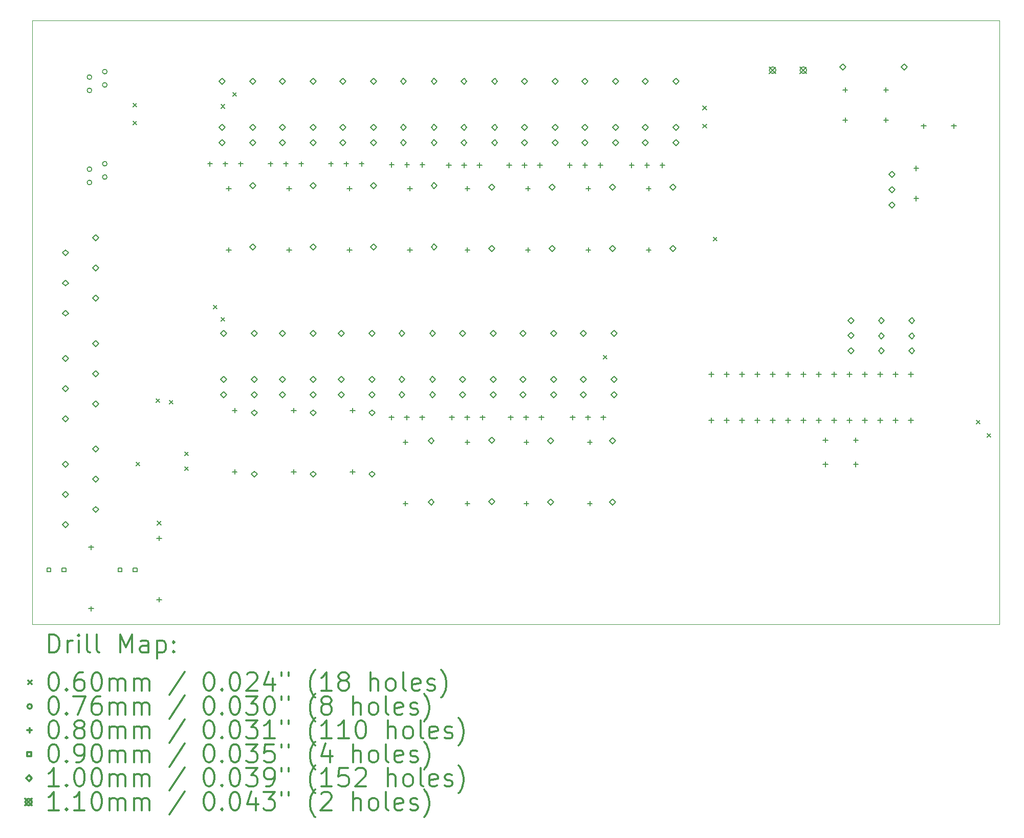
<source format=gbr>
%FSLAX45Y45*%
G04 Gerber Fmt 4.5, Leading zero omitted, Abs format (unit mm)*
G04 Created by KiCad (PCBNEW (5.1.6)-1) date 2020-10-13 15:43:09*
%MOMM*%
%LPD*%
G01*
G04 APERTURE LIST*
%TA.AperFunction,Profile*%
%ADD10C,0.100000*%
%TD*%
%ADD11C,0.200000*%
%ADD12C,0.300000*%
G04 APERTURE END LIST*
D10*
X23200000Y-4000000D02*
X23200000Y-14000000D01*
X7200000Y-14000000D02*
X23200000Y-14000000D01*
X7200000Y-4000000D02*
X7200000Y-14000000D01*
X7200000Y-4000000D02*
X23200000Y-4000000D01*
D11*
X8870000Y-5370000D02*
X8930000Y-5430000D01*
X8930000Y-5370000D02*
X8870000Y-5430000D01*
X8870000Y-5670000D02*
X8930000Y-5730000D01*
X8930000Y-5670000D02*
X8870000Y-5730000D01*
X8920000Y-11320000D02*
X8980000Y-11380000D01*
X8980000Y-11320000D02*
X8920000Y-11380000D01*
X9245000Y-10270000D02*
X9305000Y-10330000D01*
X9305000Y-10270000D02*
X9245000Y-10330000D01*
X9270000Y-12295000D02*
X9330000Y-12355000D01*
X9330000Y-12295000D02*
X9270000Y-12355000D01*
X9470000Y-10295000D02*
X9530000Y-10355000D01*
X9530000Y-10295000D02*
X9470000Y-10355000D01*
X9720000Y-11145000D02*
X9780000Y-11205000D01*
X9780000Y-11145000D02*
X9720000Y-11205000D01*
X9720000Y-11395000D02*
X9780000Y-11455000D01*
X9780000Y-11395000D02*
X9720000Y-11455000D01*
X10195000Y-8720000D02*
X10255000Y-8780000D01*
X10255000Y-8720000D02*
X10195000Y-8780000D01*
X10320000Y-5395000D02*
X10380000Y-5455000D01*
X10380000Y-5395000D02*
X10320000Y-5455000D01*
X10320000Y-8920000D02*
X10380000Y-8980000D01*
X10380000Y-8920000D02*
X10320000Y-8980000D01*
X10520000Y-5195000D02*
X10580000Y-5255000D01*
X10580000Y-5195000D02*
X10520000Y-5255000D01*
X16645000Y-9545000D02*
X16705000Y-9605000D01*
X16705000Y-9545000D02*
X16645000Y-9605000D01*
X18295000Y-5420000D02*
X18355000Y-5480000D01*
X18355000Y-5420000D02*
X18295000Y-5480000D01*
X18295000Y-5720000D02*
X18355000Y-5780000D01*
X18355000Y-5720000D02*
X18295000Y-5780000D01*
X18470000Y-7595000D02*
X18530000Y-7655000D01*
X18530000Y-7595000D02*
X18470000Y-7655000D01*
X22820000Y-10620000D02*
X22880000Y-10680000D01*
X22880000Y-10620000D02*
X22820000Y-10680000D01*
X22995000Y-10845000D02*
X23055000Y-10905000D01*
X23055000Y-10845000D02*
X22995000Y-10905000D01*
X8184000Y-6465000D02*
G75*
G03*
X8184000Y-6465000I-38000J0D01*
G01*
X8184000Y-6685000D02*
G75*
G03*
X8184000Y-6685000I-38000J0D01*
G01*
X8438000Y-6375000D02*
G75*
G03*
X8438000Y-6375000I-38000J0D01*
G01*
X8438000Y-6595000D02*
G75*
G03*
X8438000Y-6595000I-38000J0D01*
G01*
X8184000Y-4940000D02*
G75*
G03*
X8184000Y-4940000I-38000J0D01*
G01*
X8184000Y-5160000D02*
G75*
G03*
X8184000Y-5160000I-38000J0D01*
G01*
X8438000Y-4850000D02*
G75*
G03*
X8438000Y-4850000I-38000J0D01*
G01*
X8438000Y-5070000D02*
G75*
G03*
X8438000Y-5070000I-38000J0D01*
G01*
X16092000Y-6360000D02*
X16092000Y-6440000D01*
X16052000Y-6400000D02*
X16132000Y-6400000D01*
X16346000Y-6360000D02*
X16346000Y-6440000D01*
X16306000Y-6400000D02*
X16386000Y-6400000D01*
X16600000Y-6360000D02*
X16600000Y-6440000D01*
X16560000Y-6400000D02*
X16640000Y-6400000D01*
X13142000Y-10535000D02*
X13142000Y-10615000D01*
X13102000Y-10575000D02*
X13182000Y-10575000D01*
X13396000Y-10535000D02*
X13396000Y-10615000D01*
X13356000Y-10575000D02*
X13436000Y-10575000D01*
X13650000Y-10535000D02*
X13650000Y-10615000D01*
X13610000Y-10575000D02*
X13690000Y-10575000D01*
X12500000Y-10419000D02*
X12500000Y-10499000D01*
X12460000Y-10459000D02*
X12540000Y-10459000D01*
X12500000Y-11435000D02*
X12500000Y-11515000D01*
X12460000Y-11475000D02*
X12540000Y-11475000D01*
X13375000Y-10944000D02*
X13375000Y-11024000D01*
X13335000Y-10984000D02*
X13415000Y-10984000D01*
X13375000Y-11960000D02*
X13375000Y-12040000D01*
X13335000Y-12000000D02*
X13415000Y-12000000D01*
X16400000Y-6744000D02*
X16400000Y-6824000D01*
X16360000Y-6784000D02*
X16440000Y-6784000D01*
X16400000Y-7760000D02*
X16400000Y-7840000D01*
X16360000Y-7800000D02*
X16440000Y-7800000D01*
X15117000Y-10535000D02*
X15117000Y-10615000D01*
X15077000Y-10575000D02*
X15157000Y-10575000D01*
X15371000Y-10535000D02*
X15371000Y-10615000D01*
X15331000Y-10575000D02*
X15411000Y-10575000D01*
X15625000Y-10535000D02*
X15625000Y-10615000D01*
X15585000Y-10575000D02*
X15665000Y-10575000D01*
X17117000Y-6360000D02*
X17117000Y-6440000D01*
X17077000Y-6400000D02*
X17157000Y-6400000D01*
X17371000Y-6360000D02*
X17371000Y-6440000D01*
X17331000Y-6400000D02*
X17411000Y-6400000D01*
X17625000Y-6360000D02*
X17625000Y-6440000D01*
X17585000Y-6400000D02*
X17665000Y-6400000D01*
X8175000Y-12685000D02*
X8175000Y-12765000D01*
X8135000Y-12725000D02*
X8215000Y-12725000D01*
X8175000Y-13701000D02*
X8175000Y-13781000D01*
X8135000Y-13741000D02*
X8215000Y-13741000D01*
X9300000Y-12535000D02*
X9300000Y-12615000D01*
X9260000Y-12575000D02*
X9340000Y-12575000D01*
X9300000Y-13551000D02*
X9300000Y-13631000D01*
X9260000Y-13591000D02*
X9340000Y-13591000D01*
X15400000Y-6744000D02*
X15400000Y-6824000D01*
X15360000Y-6784000D02*
X15440000Y-6784000D01*
X15400000Y-7760000D02*
X15400000Y-7840000D01*
X15360000Y-7800000D02*
X15440000Y-7800000D01*
X16142000Y-10535000D02*
X16142000Y-10615000D01*
X16102000Y-10575000D02*
X16182000Y-10575000D01*
X16396000Y-10535000D02*
X16396000Y-10615000D01*
X16356000Y-10575000D02*
X16436000Y-10575000D01*
X16650000Y-10535000D02*
X16650000Y-10615000D01*
X16610000Y-10575000D02*
X16690000Y-10575000D01*
X10450000Y-6744000D02*
X10450000Y-6824000D01*
X10410000Y-6784000D02*
X10490000Y-6784000D01*
X10450000Y-7760000D02*
X10450000Y-7840000D01*
X10410000Y-7800000D02*
X10490000Y-7800000D01*
X16425000Y-10944000D02*
X16425000Y-11024000D01*
X16385000Y-10984000D02*
X16465000Y-10984000D01*
X16425000Y-11960000D02*
X16425000Y-12040000D01*
X16385000Y-12000000D02*
X16465000Y-12000000D01*
X14400000Y-6744000D02*
X14400000Y-6824000D01*
X14360000Y-6784000D02*
X14440000Y-6784000D01*
X14400000Y-7760000D02*
X14400000Y-7840000D01*
X14360000Y-7800000D02*
X14440000Y-7800000D01*
X20650000Y-5110000D02*
X20650000Y-5190000D01*
X20610000Y-5150000D02*
X20690000Y-5150000D01*
X20650000Y-5610000D02*
X20650000Y-5690000D01*
X20610000Y-5650000D02*
X20690000Y-5650000D01*
X11142000Y-6335000D02*
X11142000Y-6415000D01*
X11102000Y-6375000D02*
X11182000Y-6375000D01*
X11396000Y-6335000D02*
X11396000Y-6415000D01*
X11356000Y-6375000D02*
X11436000Y-6375000D01*
X11650000Y-6335000D02*
X11650000Y-6415000D01*
X11610000Y-6375000D02*
X11690000Y-6375000D01*
X20325000Y-10910000D02*
X20325000Y-10990000D01*
X20285000Y-10950000D02*
X20365000Y-10950000D01*
X20825000Y-10910000D02*
X20825000Y-10990000D01*
X20785000Y-10950000D02*
X20865000Y-10950000D01*
X10142000Y-6335000D02*
X10142000Y-6415000D01*
X10102000Y-6375000D02*
X10182000Y-6375000D01*
X10396000Y-6335000D02*
X10396000Y-6415000D01*
X10356000Y-6375000D02*
X10436000Y-6375000D01*
X10650000Y-6335000D02*
X10650000Y-6415000D01*
X10610000Y-6375000D02*
X10690000Y-6375000D01*
X21825000Y-6410000D02*
X21825000Y-6490000D01*
X21785000Y-6450000D02*
X21865000Y-6450000D01*
X21825000Y-6910000D02*
X21825000Y-6990000D01*
X21785000Y-6950000D02*
X21865000Y-6950000D01*
X14400000Y-10944000D02*
X14400000Y-11024000D01*
X14360000Y-10984000D02*
X14440000Y-10984000D01*
X14400000Y-11960000D02*
X14400000Y-12040000D01*
X14360000Y-12000000D02*
X14440000Y-12000000D01*
X11450000Y-6744000D02*
X11450000Y-6824000D01*
X11410000Y-6784000D02*
X11490000Y-6784000D01*
X11450000Y-7760000D02*
X11450000Y-7840000D01*
X11410000Y-7800000D02*
X11490000Y-7800000D01*
X21950000Y-5710000D02*
X21950000Y-5790000D01*
X21910000Y-5750000D02*
X21990000Y-5750000D01*
X22450000Y-5710000D02*
X22450000Y-5790000D01*
X22410000Y-5750000D02*
X22490000Y-5750000D01*
X12142000Y-6335000D02*
X12142000Y-6415000D01*
X12102000Y-6375000D02*
X12182000Y-6375000D01*
X12396000Y-6335000D02*
X12396000Y-6415000D01*
X12356000Y-6375000D02*
X12436000Y-6375000D01*
X12650000Y-6335000D02*
X12650000Y-6415000D01*
X12610000Y-6375000D02*
X12690000Y-6375000D01*
X12450000Y-6744000D02*
X12450000Y-6824000D01*
X12410000Y-6784000D02*
X12490000Y-6784000D01*
X12450000Y-7760000D02*
X12450000Y-7840000D01*
X12410000Y-7800000D02*
X12490000Y-7800000D01*
X11525000Y-10419000D02*
X11525000Y-10499000D01*
X11485000Y-10459000D02*
X11565000Y-10459000D01*
X11525000Y-11435000D02*
X11525000Y-11515000D01*
X11485000Y-11475000D02*
X11565000Y-11475000D01*
X10550000Y-10419000D02*
X10550000Y-10499000D01*
X10510000Y-10459000D02*
X10590000Y-10459000D01*
X10550000Y-11435000D02*
X10550000Y-11515000D01*
X10510000Y-11475000D02*
X10590000Y-11475000D01*
X13147000Y-6350000D02*
X13147000Y-6430000D01*
X13107000Y-6390000D02*
X13187000Y-6390000D01*
X13401000Y-6350000D02*
X13401000Y-6430000D01*
X13361000Y-6390000D02*
X13441000Y-6390000D01*
X13655000Y-6350000D02*
X13655000Y-6430000D01*
X13615000Y-6390000D02*
X13695000Y-6390000D01*
X14092000Y-6360000D02*
X14092000Y-6440000D01*
X14052000Y-6400000D02*
X14132000Y-6400000D01*
X14346000Y-6360000D02*
X14346000Y-6440000D01*
X14306000Y-6400000D02*
X14386000Y-6400000D01*
X14600000Y-6360000D02*
X14600000Y-6440000D01*
X14560000Y-6400000D02*
X14640000Y-6400000D01*
X18435000Y-9823000D02*
X18435000Y-9903000D01*
X18395000Y-9863000D02*
X18475000Y-9863000D01*
X18435000Y-10585000D02*
X18435000Y-10665000D01*
X18395000Y-10625000D02*
X18475000Y-10625000D01*
X18689000Y-9823000D02*
X18689000Y-9903000D01*
X18649000Y-9863000D02*
X18729000Y-9863000D01*
X18689000Y-10585000D02*
X18689000Y-10665000D01*
X18649000Y-10625000D02*
X18729000Y-10625000D01*
X18943000Y-9823000D02*
X18943000Y-9903000D01*
X18903000Y-9863000D02*
X18983000Y-9863000D01*
X18943000Y-10585000D02*
X18943000Y-10665000D01*
X18903000Y-10625000D02*
X18983000Y-10625000D01*
X19197000Y-9823000D02*
X19197000Y-9903000D01*
X19157000Y-9863000D02*
X19237000Y-9863000D01*
X19197000Y-10585000D02*
X19197000Y-10665000D01*
X19157000Y-10625000D02*
X19237000Y-10625000D01*
X19451000Y-9823000D02*
X19451000Y-9903000D01*
X19411000Y-9863000D02*
X19491000Y-9863000D01*
X19451000Y-10585000D02*
X19451000Y-10665000D01*
X19411000Y-10625000D02*
X19491000Y-10625000D01*
X19705000Y-9823000D02*
X19705000Y-9903000D01*
X19665000Y-9863000D02*
X19745000Y-9863000D01*
X19705000Y-10585000D02*
X19705000Y-10665000D01*
X19665000Y-10625000D02*
X19745000Y-10625000D01*
X19959000Y-9823000D02*
X19959000Y-9903000D01*
X19919000Y-9863000D02*
X19999000Y-9863000D01*
X19959000Y-10585000D02*
X19959000Y-10665000D01*
X19919000Y-10625000D02*
X19999000Y-10625000D01*
X20213000Y-9823000D02*
X20213000Y-9903000D01*
X20173000Y-9863000D02*
X20253000Y-9863000D01*
X20213000Y-10585000D02*
X20213000Y-10665000D01*
X20173000Y-10625000D02*
X20253000Y-10625000D01*
X20467000Y-9823000D02*
X20467000Y-9903000D01*
X20427000Y-9863000D02*
X20507000Y-9863000D01*
X20467000Y-10585000D02*
X20467000Y-10665000D01*
X20427000Y-10625000D02*
X20507000Y-10625000D01*
X20721000Y-9823000D02*
X20721000Y-9903000D01*
X20681000Y-9863000D02*
X20761000Y-9863000D01*
X20721000Y-10585000D02*
X20721000Y-10665000D01*
X20681000Y-10625000D02*
X20761000Y-10625000D01*
X20975000Y-9823000D02*
X20975000Y-9903000D01*
X20935000Y-9863000D02*
X21015000Y-9863000D01*
X20975000Y-10585000D02*
X20975000Y-10665000D01*
X20935000Y-10625000D02*
X21015000Y-10625000D01*
X21229000Y-9823000D02*
X21229000Y-9903000D01*
X21189000Y-9863000D02*
X21269000Y-9863000D01*
X21229000Y-10585000D02*
X21229000Y-10665000D01*
X21189000Y-10625000D02*
X21269000Y-10625000D01*
X21483000Y-9823000D02*
X21483000Y-9903000D01*
X21443000Y-9863000D02*
X21523000Y-9863000D01*
X21483000Y-10585000D02*
X21483000Y-10665000D01*
X21443000Y-10625000D02*
X21523000Y-10625000D01*
X21737000Y-9823000D02*
X21737000Y-9903000D01*
X21697000Y-9863000D02*
X21777000Y-9863000D01*
X21737000Y-10585000D02*
X21737000Y-10665000D01*
X21697000Y-10625000D02*
X21777000Y-10625000D01*
X13450000Y-6744000D02*
X13450000Y-6824000D01*
X13410000Y-6784000D02*
X13490000Y-6784000D01*
X13450000Y-7760000D02*
X13450000Y-7840000D01*
X13410000Y-7800000D02*
X13490000Y-7800000D01*
X15375000Y-10944000D02*
X15375000Y-11024000D01*
X15335000Y-10984000D02*
X15415000Y-10984000D01*
X15375000Y-11960000D02*
X15375000Y-12040000D01*
X15335000Y-12000000D02*
X15415000Y-12000000D01*
X17400000Y-6744000D02*
X17400000Y-6824000D01*
X17360000Y-6784000D02*
X17440000Y-6784000D01*
X17400000Y-7760000D02*
X17400000Y-7840000D01*
X17360000Y-7800000D02*
X17440000Y-7800000D01*
X15092000Y-6360000D02*
X15092000Y-6440000D01*
X15052000Y-6400000D02*
X15132000Y-6400000D01*
X15346000Y-6360000D02*
X15346000Y-6440000D01*
X15306000Y-6400000D02*
X15386000Y-6400000D01*
X15600000Y-6360000D02*
X15600000Y-6440000D01*
X15560000Y-6400000D02*
X15640000Y-6400000D01*
X20325000Y-11310000D02*
X20325000Y-11390000D01*
X20285000Y-11350000D02*
X20365000Y-11350000D01*
X20825000Y-11310000D02*
X20825000Y-11390000D01*
X20785000Y-11350000D02*
X20865000Y-11350000D01*
X21325000Y-5110000D02*
X21325000Y-5190000D01*
X21285000Y-5150000D02*
X21365000Y-5150000D01*
X21325000Y-5610000D02*
X21325000Y-5690000D01*
X21285000Y-5650000D02*
X21365000Y-5650000D01*
X14142000Y-10535000D02*
X14142000Y-10615000D01*
X14102000Y-10575000D02*
X14182000Y-10575000D01*
X14396000Y-10535000D02*
X14396000Y-10615000D01*
X14356000Y-10575000D02*
X14436000Y-10575000D01*
X14650000Y-10535000D02*
X14650000Y-10615000D01*
X14610000Y-10575000D02*
X14690000Y-10575000D01*
X8681820Y-13131820D02*
X8681820Y-13068180D01*
X8618180Y-13068180D01*
X8618180Y-13131820D01*
X8681820Y-13131820D01*
X8931820Y-13131820D02*
X8931820Y-13068180D01*
X8868180Y-13068180D01*
X8868180Y-13131820D01*
X8931820Y-13131820D01*
X7506820Y-13131820D02*
X7506820Y-13068180D01*
X7443180Y-13068180D01*
X7443180Y-13131820D01*
X7506820Y-13131820D01*
X7756820Y-13131820D02*
X7756820Y-13068180D01*
X7693180Y-13068180D01*
X7693180Y-13131820D01*
X7756820Y-13131820D01*
X20750000Y-9020000D02*
X20800000Y-8970000D01*
X20750000Y-8920000D01*
X20700000Y-8970000D01*
X20750000Y-9020000D01*
X20750000Y-9270000D02*
X20800000Y-9220000D01*
X20750000Y-9170000D01*
X20700000Y-9220000D01*
X20750000Y-9270000D01*
X20750000Y-9520000D02*
X20800000Y-9470000D01*
X20750000Y-9420000D01*
X20700000Y-9470000D01*
X20750000Y-9520000D01*
X16800000Y-11009000D02*
X16850000Y-10959000D01*
X16800000Y-10909000D01*
X16750000Y-10959000D01*
X16800000Y-11009000D01*
X16800000Y-12025000D02*
X16850000Y-11975000D01*
X16800000Y-11925000D01*
X16750000Y-11975000D01*
X16800000Y-12025000D01*
X16317000Y-9234000D02*
X16367000Y-9184000D01*
X16317000Y-9134000D01*
X16267000Y-9184000D01*
X16317000Y-9234000D01*
X16317000Y-9996000D02*
X16367000Y-9946000D01*
X16317000Y-9896000D01*
X16267000Y-9946000D01*
X16317000Y-9996000D01*
X16317000Y-10250000D02*
X16367000Y-10200000D01*
X16317000Y-10150000D01*
X16267000Y-10200000D01*
X16317000Y-10250000D01*
X16825000Y-9234000D02*
X16875000Y-9184000D01*
X16825000Y-9134000D01*
X16775000Y-9184000D01*
X16825000Y-9234000D01*
X16825000Y-9996000D02*
X16875000Y-9946000D01*
X16825000Y-9896000D01*
X16775000Y-9946000D01*
X16825000Y-9996000D01*
X16825000Y-10250000D02*
X16875000Y-10200000D01*
X16825000Y-10150000D01*
X16775000Y-10200000D01*
X16825000Y-10250000D01*
X10875000Y-10550000D02*
X10925000Y-10500000D01*
X10875000Y-10450000D01*
X10825000Y-10500000D01*
X10875000Y-10550000D01*
X10875000Y-11566000D02*
X10925000Y-11516000D01*
X10875000Y-11466000D01*
X10825000Y-11516000D01*
X10875000Y-11566000D01*
X11342000Y-9234000D02*
X11392000Y-9184000D01*
X11342000Y-9134000D01*
X11292000Y-9184000D01*
X11342000Y-9234000D01*
X11342000Y-9996000D02*
X11392000Y-9946000D01*
X11342000Y-9896000D01*
X11292000Y-9946000D01*
X11342000Y-9996000D01*
X11342000Y-10250000D02*
X11392000Y-10200000D01*
X11342000Y-10150000D01*
X11292000Y-10200000D01*
X11342000Y-10250000D01*
X11850000Y-9234000D02*
X11900000Y-9184000D01*
X11850000Y-9134000D01*
X11800000Y-9184000D01*
X11850000Y-9234000D01*
X11850000Y-9996000D02*
X11900000Y-9946000D01*
X11850000Y-9896000D01*
X11800000Y-9946000D01*
X11850000Y-9996000D01*
X11850000Y-10250000D02*
X11900000Y-10200000D01*
X11850000Y-10150000D01*
X11800000Y-10200000D01*
X11850000Y-10250000D01*
X14317000Y-9234000D02*
X14367000Y-9184000D01*
X14317000Y-9134000D01*
X14267000Y-9184000D01*
X14317000Y-9234000D01*
X14317000Y-9996000D02*
X14367000Y-9946000D01*
X14317000Y-9896000D01*
X14267000Y-9946000D01*
X14317000Y-9996000D01*
X14317000Y-10250000D02*
X14367000Y-10200000D01*
X14317000Y-10150000D01*
X14267000Y-10200000D01*
X14317000Y-10250000D01*
X14825000Y-9234000D02*
X14875000Y-9184000D01*
X14825000Y-9134000D01*
X14775000Y-9184000D01*
X14825000Y-9234000D01*
X14825000Y-9996000D02*
X14875000Y-9946000D01*
X14825000Y-9896000D01*
X14775000Y-9946000D01*
X14825000Y-9996000D01*
X14825000Y-10250000D02*
X14875000Y-10200000D01*
X14825000Y-10150000D01*
X14775000Y-10200000D01*
X14825000Y-10250000D01*
X21750000Y-9025000D02*
X21800000Y-8975000D01*
X21750000Y-8925000D01*
X21700000Y-8975000D01*
X21750000Y-9025000D01*
X21750000Y-9275000D02*
X21800000Y-9225000D01*
X21750000Y-9175000D01*
X21700000Y-9225000D01*
X21750000Y-9275000D01*
X21750000Y-9525000D02*
X21800000Y-9475000D01*
X21750000Y-9425000D01*
X21700000Y-9475000D01*
X21750000Y-9525000D01*
X10850000Y-6784000D02*
X10900000Y-6734000D01*
X10850000Y-6684000D01*
X10800000Y-6734000D01*
X10850000Y-6784000D01*
X10850000Y-7800000D02*
X10900000Y-7750000D01*
X10850000Y-7700000D01*
X10800000Y-7750000D01*
X10850000Y-7800000D01*
X11342000Y-5059000D02*
X11392000Y-5009000D01*
X11342000Y-4959000D01*
X11292000Y-5009000D01*
X11342000Y-5059000D01*
X11342000Y-5821000D02*
X11392000Y-5771000D01*
X11342000Y-5721000D01*
X11292000Y-5771000D01*
X11342000Y-5821000D01*
X11342000Y-6075000D02*
X11392000Y-6025000D01*
X11342000Y-5975000D01*
X11292000Y-6025000D01*
X11342000Y-6075000D01*
X11850000Y-5059000D02*
X11900000Y-5009000D01*
X11850000Y-4959000D01*
X11800000Y-5009000D01*
X11850000Y-5059000D01*
X11850000Y-5821000D02*
X11900000Y-5771000D01*
X11850000Y-5721000D01*
X11800000Y-5771000D01*
X11850000Y-5821000D01*
X11850000Y-6075000D02*
X11900000Y-6025000D01*
X11850000Y-5975000D01*
X11800000Y-6025000D01*
X11850000Y-6075000D01*
X12342000Y-5059000D02*
X12392000Y-5009000D01*
X12342000Y-4959000D01*
X12292000Y-5009000D01*
X12342000Y-5059000D01*
X12342000Y-5821000D02*
X12392000Y-5771000D01*
X12342000Y-5721000D01*
X12292000Y-5771000D01*
X12342000Y-5821000D01*
X12342000Y-6075000D02*
X12392000Y-6025000D01*
X12342000Y-5975000D01*
X12292000Y-6025000D01*
X12342000Y-6075000D01*
X12850000Y-5059000D02*
X12900000Y-5009000D01*
X12850000Y-4959000D01*
X12800000Y-5009000D01*
X12850000Y-5059000D01*
X12850000Y-5821000D02*
X12900000Y-5771000D01*
X12850000Y-5721000D01*
X12800000Y-5771000D01*
X12850000Y-5821000D01*
X12850000Y-6075000D02*
X12900000Y-6025000D01*
X12850000Y-5975000D01*
X12800000Y-6025000D01*
X12850000Y-6075000D01*
X21250000Y-9025000D02*
X21300000Y-8975000D01*
X21250000Y-8925000D01*
X21200000Y-8975000D01*
X21250000Y-9025000D01*
X21250000Y-9275000D02*
X21300000Y-9225000D01*
X21250000Y-9175000D01*
X21200000Y-9225000D01*
X21250000Y-9275000D01*
X21250000Y-9525000D02*
X21300000Y-9475000D01*
X21250000Y-9425000D01*
X21200000Y-9475000D01*
X21250000Y-9525000D01*
X21425000Y-6600000D02*
X21475000Y-6550000D01*
X21425000Y-6500000D01*
X21375000Y-6550000D01*
X21425000Y-6600000D01*
X21425000Y-6854000D02*
X21475000Y-6804000D01*
X21425000Y-6754000D01*
X21375000Y-6804000D01*
X21425000Y-6854000D01*
X21425000Y-7108000D02*
X21475000Y-7058000D01*
X21425000Y-7008000D01*
X21375000Y-7058000D01*
X21425000Y-7108000D01*
X11850000Y-6784000D02*
X11900000Y-6734000D01*
X11850000Y-6684000D01*
X11800000Y-6734000D01*
X11850000Y-6784000D01*
X11850000Y-7800000D02*
X11900000Y-7750000D01*
X11850000Y-7700000D01*
X11800000Y-7750000D01*
X11850000Y-7800000D01*
X12317000Y-9234000D02*
X12367000Y-9184000D01*
X12317000Y-9134000D01*
X12267000Y-9184000D01*
X12317000Y-9234000D01*
X12317000Y-9996000D02*
X12367000Y-9946000D01*
X12317000Y-9896000D01*
X12267000Y-9946000D01*
X12317000Y-9996000D01*
X12317000Y-10250000D02*
X12367000Y-10200000D01*
X12317000Y-10150000D01*
X12267000Y-10200000D01*
X12317000Y-10250000D01*
X12825000Y-9234000D02*
X12875000Y-9184000D01*
X12825000Y-9134000D01*
X12775000Y-9184000D01*
X12825000Y-9234000D01*
X12825000Y-9996000D02*
X12875000Y-9946000D01*
X12825000Y-9896000D01*
X12775000Y-9946000D01*
X12825000Y-9996000D01*
X12825000Y-10250000D02*
X12875000Y-10200000D01*
X12825000Y-10150000D01*
X12775000Y-10200000D01*
X12825000Y-10250000D01*
X10367000Y-9234000D02*
X10417000Y-9184000D01*
X10367000Y-9134000D01*
X10317000Y-9184000D01*
X10367000Y-9234000D01*
X10367000Y-9996000D02*
X10417000Y-9946000D01*
X10367000Y-9896000D01*
X10317000Y-9946000D01*
X10367000Y-9996000D01*
X10367000Y-10250000D02*
X10417000Y-10200000D01*
X10367000Y-10150000D01*
X10317000Y-10200000D01*
X10367000Y-10250000D01*
X10875000Y-9234000D02*
X10925000Y-9184000D01*
X10875000Y-9134000D01*
X10825000Y-9184000D01*
X10875000Y-9234000D01*
X10875000Y-9996000D02*
X10925000Y-9946000D01*
X10875000Y-9896000D01*
X10825000Y-9946000D01*
X10875000Y-9996000D01*
X10875000Y-10250000D02*
X10925000Y-10200000D01*
X10875000Y-10150000D01*
X10825000Y-10200000D01*
X10875000Y-10250000D01*
X12850000Y-6784000D02*
X12900000Y-6734000D01*
X12850000Y-6684000D01*
X12800000Y-6734000D01*
X12850000Y-6784000D01*
X12850000Y-7800000D02*
X12900000Y-7750000D01*
X12850000Y-7700000D01*
X12800000Y-7750000D01*
X12850000Y-7800000D01*
X14342000Y-5059000D02*
X14392000Y-5009000D01*
X14342000Y-4959000D01*
X14292000Y-5009000D01*
X14342000Y-5059000D01*
X14342000Y-5821000D02*
X14392000Y-5771000D01*
X14342000Y-5721000D01*
X14292000Y-5771000D01*
X14342000Y-5821000D01*
X14342000Y-6075000D02*
X14392000Y-6025000D01*
X14342000Y-5975000D01*
X14292000Y-6025000D01*
X14342000Y-6075000D01*
X14850000Y-5059000D02*
X14900000Y-5009000D01*
X14850000Y-4959000D01*
X14800000Y-5009000D01*
X14850000Y-5059000D01*
X14850000Y-5821000D02*
X14900000Y-5771000D01*
X14850000Y-5721000D01*
X14800000Y-5771000D01*
X14850000Y-5821000D01*
X14850000Y-6075000D02*
X14900000Y-6025000D01*
X14850000Y-5975000D01*
X14800000Y-6025000D01*
X14850000Y-6075000D01*
X7750000Y-11400000D02*
X7800000Y-11350000D01*
X7750000Y-11300000D01*
X7700000Y-11350000D01*
X7750000Y-11400000D01*
X7750000Y-11900000D02*
X7800000Y-11850000D01*
X7750000Y-11800000D01*
X7700000Y-11850000D01*
X7750000Y-11900000D01*
X7750000Y-12400000D02*
X7800000Y-12350000D01*
X7750000Y-12300000D01*
X7700000Y-12350000D01*
X7750000Y-12400000D01*
X8250000Y-11150000D02*
X8300000Y-11100000D01*
X8250000Y-11050000D01*
X8200000Y-11100000D01*
X8250000Y-11150000D01*
X8250000Y-11650000D02*
X8300000Y-11600000D01*
X8250000Y-11550000D01*
X8200000Y-11600000D01*
X8250000Y-11650000D01*
X8250000Y-12150000D02*
X8300000Y-12100000D01*
X8250000Y-12050000D01*
X8200000Y-12100000D01*
X8250000Y-12150000D01*
X7750000Y-7900000D02*
X7800000Y-7850000D01*
X7750000Y-7800000D01*
X7700000Y-7850000D01*
X7750000Y-7900000D01*
X7750000Y-8400000D02*
X7800000Y-8350000D01*
X7750000Y-8300000D01*
X7700000Y-8350000D01*
X7750000Y-8400000D01*
X7750000Y-8900000D02*
X7800000Y-8850000D01*
X7750000Y-8800000D01*
X7700000Y-8850000D01*
X7750000Y-8900000D01*
X8250000Y-7650000D02*
X8300000Y-7600000D01*
X8250000Y-7550000D01*
X8200000Y-7600000D01*
X8250000Y-7650000D01*
X8250000Y-8150000D02*
X8300000Y-8100000D01*
X8250000Y-8050000D01*
X8200000Y-8100000D01*
X8250000Y-8150000D01*
X8250000Y-8650000D02*
X8300000Y-8600000D01*
X8250000Y-8550000D01*
X8200000Y-8600000D01*
X8250000Y-8650000D01*
X13317000Y-9234000D02*
X13367000Y-9184000D01*
X13317000Y-9134000D01*
X13267000Y-9184000D01*
X13317000Y-9234000D01*
X13317000Y-9996000D02*
X13367000Y-9946000D01*
X13317000Y-9896000D01*
X13267000Y-9946000D01*
X13317000Y-9996000D01*
X13317000Y-10250000D02*
X13367000Y-10200000D01*
X13317000Y-10150000D01*
X13267000Y-10200000D01*
X13317000Y-10250000D01*
X13825000Y-9234000D02*
X13875000Y-9184000D01*
X13825000Y-9134000D01*
X13775000Y-9184000D01*
X13825000Y-9234000D01*
X13825000Y-9996000D02*
X13875000Y-9946000D01*
X13825000Y-9896000D01*
X13775000Y-9946000D01*
X13825000Y-9996000D01*
X13825000Y-10250000D02*
X13875000Y-10200000D01*
X13825000Y-10150000D01*
X13775000Y-10200000D01*
X13825000Y-10250000D01*
X14800000Y-11000000D02*
X14850000Y-10950000D01*
X14800000Y-10900000D01*
X14750000Y-10950000D01*
X14800000Y-11000000D01*
X14800000Y-12016000D02*
X14850000Y-11966000D01*
X14800000Y-11916000D01*
X14750000Y-11966000D01*
X14800000Y-12016000D01*
X13800000Y-11009000D02*
X13850000Y-10959000D01*
X13800000Y-10909000D01*
X13750000Y-10959000D01*
X13800000Y-11009000D01*
X13800000Y-12025000D02*
X13850000Y-11975000D01*
X13800000Y-11925000D01*
X13750000Y-11975000D01*
X13800000Y-12025000D01*
X15317000Y-9234000D02*
X15367000Y-9184000D01*
X15317000Y-9134000D01*
X15267000Y-9184000D01*
X15317000Y-9234000D01*
X15317000Y-9996000D02*
X15367000Y-9946000D01*
X15317000Y-9896000D01*
X15267000Y-9946000D01*
X15317000Y-9996000D01*
X15317000Y-10250000D02*
X15367000Y-10200000D01*
X15317000Y-10150000D01*
X15267000Y-10200000D01*
X15317000Y-10250000D01*
X15825000Y-9234000D02*
X15875000Y-9184000D01*
X15825000Y-9134000D01*
X15775000Y-9184000D01*
X15825000Y-9234000D01*
X15825000Y-9996000D02*
X15875000Y-9946000D01*
X15825000Y-9896000D01*
X15775000Y-9946000D01*
X15825000Y-9996000D01*
X15825000Y-10250000D02*
X15875000Y-10200000D01*
X15825000Y-10150000D01*
X15775000Y-10200000D01*
X15825000Y-10250000D01*
X13850000Y-6784000D02*
X13900000Y-6734000D01*
X13850000Y-6684000D01*
X13800000Y-6734000D01*
X13850000Y-6784000D01*
X13850000Y-7800000D02*
X13900000Y-7750000D01*
X13850000Y-7700000D01*
X13800000Y-7750000D01*
X13850000Y-7800000D01*
X17800000Y-6809000D02*
X17850000Y-6759000D01*
X17800000Y-6709000D01*
X17750000Y-6759000D01*
X17800000Y-6809000D01*
X17800000Y-7825000D02*
X17850000Y-7775000D01*
X17800000Y-7725000D01*
X17750000Y-7775000D01*
X17800000Y-7825000D01*
X17342000Y-5059000D02*
X17392000Y-5009000D01*
X17342000Y-4959000D01*
X17292000Y-5009000D01*
X17342000Y-5059000D01*
X17342000Y-5821000D02*
X17392000Y-5771000D01*
X17342000Y-5721000D01*
X17292000Y-5771000D01*
X17342000Y-5821000D01*
X17342000Y-6075000D02*
X17392000Y-6025000D01*
X17342000Y-5975000D01*
X17292000Y-6025000D01*
X17342000Y-6075000D01*
X17850000Y-5059000D02*
X17900000Y-5009000D01*
X17850000Y-4959000D01*
X17800000Y-5009000D01*
X17850000Y-5059000D01*
X17850000Y-5821000D02*
X17900000Y-5771000D01*
X17850000Y-5721000D01*
X17800000Y-5771000D01*
X17850000Y-5821000D01*
X17850000Y-6075000D02*
X17900000Y-6025000D01*
X17850000Y-5975000D01*
X17800000Y-6025000D01*
X17850000Y-6075000D01*
X16342000Y-5059000D02*
X16392000Y-5009000D01*
X16342000Y-4959000D01*
X16292000Y-5009000D01*
X16342000Y-5059000D01*
X16342000Y-5821000D02*
X16392000Y-5771000D01*
X16342000Y-5721000D01*
X16292000Y-5771000D01*
X16342000Y-5821000D01*
X16342000Y-6075000D02*
X16392000Y-6025000D01*
X16342000Y-5975000D01*
X16292000Y-6025000D01*
X16342000Y-6075000D01*
X16850000Y-5059000D02*
X16900000Y-5009000D01*
X16850000Y-4959000D01*
X16800000Y-5009000D01*
X16850000Y-5059000D01*
X16850000Y-5821000D02*
X16900000Y-5771000D01*
X16850000Y-5721000D01*
X16800000Y-5771000D01*
X16850000Y-5821000D01*
X16850000Y-6075000D02*
X16900000Y-6025000D01*
X16850000Y-5975000D01*
X16800000Y-6025000D01*
X16850000Y-6075000D01*
X20609000Y-4825000D02*
X20659000Y-4775000D01*
X20609000Y-4725000D01*
X20559000Y-4775000D01*
X20609000Y-4825000D01*
X21625000Y-4825000D02*
X21675000Y-4775000D01*
X21625000Y-4725000D01*
X21575000Y-4775000D01*
X21625000Y-4825000D01*
X7750000Y-9650000D02*
X7800000Y-9600000D01*
X7750000Y-9550000D01*
X7700000Y-9600000D01*
X7750000Y-9650000D01*
X7750000Y-10150000D02*
X7800000Y-10100000D01*
X7750000Y-10050000D01*
X7700000Y-10100000D01*
X7750000Y-10150000D01*
X7750000Y-10650000D02*
X7800000Y-10600000D01*
X7750000Y-10550000D01*
X7700000Y-10600000D01*
X7750000Y-10650000D01*
X8250000Y-9400000D02*
X8300000Y-9350000D01*
X8250000Y-9300000D01*
X8200000Y-9350000D01*
X8250000Y-9400000D01*
X8250000Y-9900000D02*
X8300000Y-9850000D01*
X8250000Y-9800000D01*
X8200000Y-9850000D01*
X8250000Y-9900000D01*
X8250000Y-10400000D02*
X8300000Y-10350000D01*
X8250000Y-10300000D01*
X8200000Y-10350000D01*
X8250000Y-10400000D01*
X11850000Y-10550000D02*
X11900000Y-10500000D01*
X11850000Y-10450000D01*
X11800000Y-10500000D01*
X11850000Y-10550000D01*
X11850000Y-11566000D02*
X11900000Y-11516000D01*
X11850000Y-11466000D01*
X11800000Y-11516000D01*
X11850000Y-11566000D01*
X15342000Y-5059000D02*
X15392000Y-5009000D01*
X15342000Y-4959000D01*
X15292000Y-5009000D01*
X15342000Y-5059000D01*
X15342000Y-5821000D02*
X15392000Y-5771000D01*
X15342000Y-5721000D01*
X15292000Y-5771000D01*
X15342000Y-5821000D01*
X15342000Y-6075000D02*
X15392000Y-6025000D01*
X15342000Y-5975000D01*
X15292000Y-6025000D01*
X15342000Y-6075000D01*
X15850000Y-5059000D02*
X15900000Y-5009000D01*
X15850000Y-4959000D01*
X15800000Y-5009000D01*
X15850000Y-5059000D01*
X15850000Y-5821000D02*
X15900000Y-5771000D01*
X15850000Y-5721000D01*
X15800000Y-5771000D01*
X15850000Y-5821000D01*
X15850000Y-6075000D02*
X15900000Y-6025000D01*
X15850000Y-5975000D01*
X15800000Y-6025000D01*
X15850000Y-6075000D01*
X15800000Y-6809000D02*
X15850000Y-6759000D01*
X15800000Y-6709000D01*
X15750000Y-6759000D01*
X15800000Y-6809000D01*
X15800000Y-7825000D02*
X15850000Y-7775000D01*
X15800000Y-7725000D01*
X15750000Y-7775000D01*
X15800000Y-7825000D01*
X14800000Y-6809000D02*
X14850000Y-6759000D01*
X14800000Y-6709000D01*
X14750000Y-6759000D01*
X14800000Y-6809000D01*
X14800000Y-7825000D02*
X14850000Y-7775000D01*
X14800000Y-7725000D01*
X14750000Y-7775000D01*
X14800000Y-7825000D01*
X12825000Y-10550000D02*
X12875000Y-10500000D01*
X12825000Y-10450000D01*
X12775000Y-10500000D01*
X12825000Y-10550000D01*
X12825000Y-11566000D02*
X12875000Y-11516000D01*
X12825000Y-11466000D01*
X12775000Y-11516000D01*
X12825000Y-11566000D01*
X10342000Y-5059000D02*
X10392000Y-5009000D01*
X10342000Y-4959000D01*
X10292000Y-5009000D01*
X10342000Y-5059000D01*
X10342000Y-5821000D02*
X10392000Y-5771000D01*
X10342000Y-5721000D01*
X10292000Y-5771000D01*
X10342000Y-5821000D01*
X10342000Y-6075000D02*
X10392000Y-6025000D01*
X10342000Y-5975000D01*
X10292000Y-6025000D01*
X10342000Y-6075000D01*
X10850000Y-5059000D02*
X10900000Y-5009000D01*
X10850000Y-4959000D01*
X10800000Y-5009000D01*
X10850000Y-5059000D01*
X10850000Y-5821000D02*
X10900000Y-5771000D01*
X10850000Y-5721000D01*
X10800000Y-5771000D01*
X10850000Y-5821000D01*
X10850000Y-6075000D02*
X10900000Y-6025000D01*
X10850000Y-5975000D01*
X10800000Y-6025000D01*
X10850000Y-6075000D01*
X13342000Y-5059000D02*
X13392000Y-5009000D01*
X13342000Y-4959000D01*
X13292000Y-5009000D01*
X13342000Y-5059000D01*
X13342000Y-5821000D02*
X13392000Y-5771000D01*
X13342000Y-5721000D01*
X13292000Y-5771000D01*
X13342000Y-5821000D01*
X13342000Y-6075000D02*
X13392000Y-6025000D01*
X13342000Y-5975000D01*
X13292000Y-6025000D01*
X13342000Y-6075000D01*
X13850000Y-5059000D02*
X13900000Y-5009000D01*
X13850000Y-4959000D01*
X13800000Y-5009000D01*
X13850000Y-5059000D01*
X13850000Y-5821000D02*
X13900000Y-5771000D01*
X13850000Y-5721000D01*
X13800000Y-5771000D01*
X13850000Y-5821000D01*
X13850000Y-6075000D02*
X13900000Y-6025000D01*
X13850000Y-5975000D01*
X13800000Y-6025000D01*
X13850000Y-6075000D01*
X15775000Y-11009000D02*
X15825000Y-10959000D01*
X15775000Y-10909000D01*
X15725000Y-10959000D01*
X15775000Y-11009000D01*
X15775000Y-12025000D02*
X15825000Y-11975000D01*
X15775000Y-11925000D01*
X15725000Y-11975000D01*
X15775000Y-12025000D01*
X16800000Y-6809000D02*
X16850000Y-6759000D01*
X16800000Y-6709000D01*
X16750000Y-6759000D01*
X16800000Y-6809000D01*
X16800000Y-7825000D02*
X16850000Y-7775000D01*
X16800000Y-7725000D01*
X16750000Y-7775000D01*
X16800000Y-7825000D01*
X19395000Y-4770000D02*
X19505000Y-4880000D01*
X19505000Y-4770000D02*
X19395000Y-4880000D01*
X19505000Y-4825000D02*
G75*
G03*
X19505000Y-4825000I-55000J0D01*
G01*
X19903000Y-4770000D02*
X20013000Y-4880000D01*
X20013000Y-4770000D02*
X19903000Y-4880000D01*
X20013000Y-4825000D02*
G75*
G03*
X20013000Y-4825000I-55000J0D01*
G01*
D12*
X7481428Y-14470714D02*
X7481428Y-14170714D01*
X7552857Y-14170714D01*
X7595714Y-14185000D01*
X7624286Y-14213571D01*
X7638571Y-14242143D01*
X7652857Y-14299286D01*
X7652857Y-14342143D01*
X7638571Y-14399286D01*
X7624286Y-14427857D01*
X7595714Y-14456429D01*
X7552857Y-14470714D01*
X7481428Y-14470714D01*
X7781428Y-14470714D02*
X7781428Y-14270714D01*
X7781428Y-14327857D02*
X7795714Y-14299286D01*
X7810000Y-14285000D01*
X7838571Y-14270714D01*
X7867143Y-14270714D01*
X7967143Y-14470714D02*
X7967143Y-14270714D01*
X7967143Y-14170714D02*
X7952857Y-14185000D01*
X7967143Y-14199286D01*
X7981428Y-14185000D01*
X7967143Y-14170714D01*
X7967143Y-14199286D01*
X8152857Y-14470714D02*
X8124286Y-14456429D01*
X8110000Y-14427857D01*
X8110000Y-14170714D01*
X8310000Y-14470714D02*
X8281428Y-14456429D01*
X8267143Y-14427857D01*
X8267143Y-14170714D01*
X8652857Y-14470714D02*
X8652857Y-14170714D01*
X8752857Y-14385000D01*
X8852857Y-14170714D01*
X8852857Y-14470714D01*
X9124286Y-14470714D02*
X9124286Y-14313571D01*
X9110000Y-14285000D01*
X9081428Y-14270714D01*
X9024286Y-14270714D01*
X8995714Y-14285000D01*
X9124286Y-14456429D02*
X9095714Y-14470714D01*
X9024286Y-14470714D01*
X8995714Y-14456429D01*
X8981428Y-14427857D01*
X8981428Y-14399286D01*
X8995714Y-14370714D01*
X9024286Y-14356429D01*
X9095714Y-14356429D01*
X9124286Y-14342143D01*
X9267143Y-14270714D02*
X9267143Y-14570714D01*
X9267143Y-14285000D02*
X9295714Y-14270714D01*
X9352857Y-14270714D01*
X9381428Y-14285000D01*
X9395714Y-14299286D01*
X9410000Y-14327857D01*
X9410000Y-14413571D01*
X9395714Y-14442143D01*
X9381428Y-14456429D01*
X9352857Y-14470714D01*
X9295714Y-14470714D01*
X9267143Y-14456429D01*
X9538571Y-14442143D02*
X9552857Y-14456429D01*
X9538571Y-14470714D01*
X9524286Y-14456429D01*
X9538571Y-14442143D01*
X9538571Y-14470714D01*
X9538571Y-14285000D02*
X9552857Y-14299286D01*
X9538571Y-14313571D01*
X9524286Y-14299286D01*
X9538571Y-14285000D01*
X9538571Y-14313571D01*
X7135000Y-14935000D02*
X7195000Y-14995000D01*
X7195000Y-14935000D02*
X7135000Y-14995000D01*
X7538571Y-14800714D02*
X7567143Y-14800714D01*
X7595714Y-14815000D01*
X7610000Y-14829286D01*
X7624286Y-14857857D01*
X7638571Y-14915000D01*
X7638571Y-14986429D01*
X7624286Y-15043571D01*
X7610000Y-15072143D01*
X7595714Y-15086429D01*
X7567143Y-15100714D01*
X7538571Y-15100714D01*
X7510000Y-15086429D01*
X7495714Y-15072143D01*
X7481428Y-15043571D01*
X7467143Y-14986429D01*
X7467143Y-14915000D01*
X7481428Y-14857857D01*
X7495714Y-14829286D01*
X7510000Y-14815000D01*
X7538571Y-14800714D01*
X7767143Y-15072143D02*
X7781428Y-15086429D01*
X7767143Y-15100714D01*
X7752857Y-15086429D01*
X7767143Y-15072143D01*
X7767143Y-15100714D01*
X8038571Y-14800714D02*
X7981428Y-14800714D01*
X7952857Y-14815000D01*
X7938571Y-14829286D01*
X7910000Y-14872143D01*
X7895714Y-14929286D01*
X7895714Y-15043571D01*
X7910000Y-15072143D01*
X7924286Y-15086429D01*
X7952857Y-15100714D01*
X8010000Y-15100714D01*
X8038571Y-15086429D01*
X8052857Y-15072143D01*
X8067143Y-15043571D01*
X8067143Y-14972143D01*
X8052857Y-14943571D01*
X8038571Y-14929286D01*
X8010000Y-14915000D01*
X7952857Y-14915000D01*
X7924286Y-14929286D01*
X7910000Y-14943571D01*
X7895714Y-14972143D01*
X8252857Y-14800714D02*
X8281428Y-14800714D01*
X8310000Y-14815000D01*
X8324286Y-14829286D01*
X8338571Y-14857857D01*
X8352857Y-14915000D01*
X8352857Y-14986429D01*
X8338571Y-15043571D01*
X8324286Y-15072143D01*
X8310000Y-15086429D01*
X8281428Y-15100714D01*
X8252857Y-15100714D01*
X8224286Y-15086429D01*
X8210000Y-15072143D01*
X8195714Y-15043571D01*
X8181428Y-14986429D01*
X8181428Y-14915000D01*
X8195714Y-14857857D01*
X8210000Y-14829286D01*
X8224286Y-14815000D01*
X8252857Y-14800714D01*
X8481428Y-15100714D02*
X8481428Y-14900714D01*
X8481428Y-14929286D02*
X8495714Y-14915000D01*
X8524286Y-14900714D01*
X8567143Y-14900714D01*
X8595714Y-14915000D01*
X8610000Y-14943571D01*
X8610000Y-15100714D01*
X8610000Y-14943571D02*
X8624286Y-14915000D01*
X8652857Y-14900714D01*
X8695714Y-14900714D01*
X8724286Y-14915000D01*
X8738571Y-14943571D01*
X8738571Y-15100714D01*
X8881428Y-15100714D02*
X8881428Y-14900714D01*
X8881428Y-14929286D02*
X8895714Y-14915000D01*
X8924286Y-14900714D01*
X8967143Y-14900714D01*
X8995714Y-14915000D01*
X9010000Y-14943571D01*
X9010000Y-15100714D01*
X9010000Y-14943571D02*
X9024286Y-14915000D01*
X9052857Y-14900714D01*
X9095714Y-14900714D01*
X9124286Y-14915000D01*
X9138571Y-14943571D01*
X9138571Y-15100714D01*
X9724286Y-14786429D02*
X9467143Y-15172143D01*
X10110000Y-14800714D02*
X10138571Y-14800714D01*
X10167143Y-14815000D01*
X10181428Y-14829286D01*
X10195714Y-14857857D01*
X10210000Y-14915000D01*
X10210000Y-14986429D01*
X10195714Y-15043571D01*
X10181428Y-15072143D01*
X10167143Y-15086429D01*
X10138571Y-15100714D01*
X10110000Y-15100714D01*
X10081428Y-15086429D01*
X10067143Y-15072143D01*
X10052857Y-15043571D01*
X10038571Y-14986429D01*
X10038571Y-14915000D01*
X10052857Y-14857857D01*
X10067143Y-14829286D01*
X10081428Y-14815000D01*
X10110000Y-14800714D01*
X10338571Y-15072143D02*
X10352857Y-15086429D01*
X10338571Y-15100714D01*
X10324286Y-15086429D01*
X10338571Y-15072143D01*
X10338571Y-15100714D01*
X10538571Y-14800714D02*
X10567143Y-14800714D01*
X10595714Y-14815000D01*
X10610000Y-14829286D01*
X10624286Y-14857857D01*
X10638571Y-14915000D01*
X10638571Y-14986429D01*
X10624286Y-15043571D01*
X10610000Y-15072143D01*
X10595714Y-15086429D01*
X10567143Y-15100714D01*
X10538571Y-15100714D01*
X10510000Y-15086429D01*
X10495714Y-15072143D01*
X10481428Y-15043571D01*
X10467143Y-14986429D01*
X10467143Y-14915000D01*
X10481428Y-14857857D01*
X10495714Y-14829286D01*
X10510000Y-14815000D01*
X10538571Y-14800714D01*
X10752857Y-14829286D02*
X10767143Y-14815000D01*
X10795714Y-14800714D01*
X10867143Y-14800714D01*
X10895714Y-14815000D01*
X10910000Y-14829286D01*
X10924286Y-14857857D01*
X10924286Y-14886429D01*
X10910000Y-14929286D01*
X10738571Y-15100714D01*
X10924286Y-15100714D01*
X11181428Y-14900714D02*
X11181428Y-15100714D01*
X11110000Y-14786429D02*
X11038571Y-15000714D01*
X11224286Y-15000714D01*
X11324286Y-14800714D02*
X11324286Y-14857857D01*
X11438571Y-14800714D02*
X11438571Y-14857857D01*
X11881428Y-15215000D02*
X11867143Y-15200714D01*
X11838571Y-15157857D01*
X11824286Y-15129286D01*
X11810000Y-15086429D01*
X11795714Y-15015000D01*
X11795714Y-14957857D01*
X11810000Y-14886429D01*
X11824286Y-14843571D01*
X11838571Y-14815000D01*
X11867143Y-14772143D01*
X11881428Y-14757857D01*
X12152857Y-15100714D02*
X11981428Y-15100714D01*
X12067143Y-15100714D02*
X12067143Y-14800714D01*
X12038571Y-14843571D01*
X12010000Y-14872143D01*
X11981428Y-14886429D01*
X12324286Y-14929286D02*
X12295714Y-14915000D01*
X12281428Y-14900714D01*
X12267143Y-14872143D01*
X12267143Y-14857857D01*
X12281428Y-14829286D01*
X12295714Y-14815000D01*
X12324286Y-14800714D01*
X12381428Y-14800714D01*
X12410000Y-14815000D01*
X12424286Y-14829286D01*
X12438571Y-14857857D01*
X12438571Y-14872143D01*
X12424286Y-14900714D01*
X12410000Y-14915000D01*
X12381428Y-14929286D01*
X12324286Y-14929286D01*
X12295714Y-14943571D01*
X12281428Y-14957857D01*
X12267143Y-14986429D01*
X12267143Y-15043571D01*
X12281428Y-15072143D01*
X12295714Y-15086429D01*
X12324286Y-15100714D01*
X12381428Y-15100714D01*
X12410000Y-15086429D01*
X12424286Y-15072143D01*
X12438571Y-15043571D01*
X12438571Y-14986429D01*
X12424286Y-14957857D01*
X12410000Y-14943571D01*
X12381428Y-14929286D01*
X12795714Y-15100714D02*
X12795714Y-14800714D01*
X12924286Y-15100714D02*
X12924286Y-14943571D01*
X12910000Y-14915000D01*
X12881428Y-14900714D01*
X12838571Y-14900714D01*
X12810000Y-14915000D01*
X12795714Y-14929286D01*
X13110000Y-15100714D02*
X13081428Y-15086429D01*
X13067143Y-15072143D01*
X13052857Y-15043571D01*
X13052857Y-14957857D01*
X13067143Y-14929286D01*
X13081428Y-14915000D01*
X13110000Y-14900714D01*
X13152857Y-14900714D01*
X13181428Y-14915000D01*
X13195714Y-14929286D01*
X13210000Y-14957857D01*
X13210000Y-15043571D01*
X13195714Y-15072143D01*
X13181428Y-15086429D01*
X13152857Y-15100714D01*
X13110000Y-15100714D01*
X13381428Y-15100714D02*
X13352857Y-15086429D01*
X13338571Y-15057857D01*
X13338571Y-14800714D01*
X13610000Y-15086429D02*
X13581428Y-15100714D01*
X13524286Y-15100714D01*
X13495714Y-15086429D01*
X13481428Y-15057857D01*
X13481428Y-14943571D01*
X13495714Y-14915000D01*
X13524286Y-14900714D01*
X13581428Y-14900714D01*
X13610000Y-14915000D01*
X13624286Y-14943571D01*
X13624286Y-14972143D01*
X13481428Y-15000714D01*
X13738571Y-15086429D02*
X13767143Y-15100714D01*
X13824286Y-15100714D01*
X13852857Y-15086429D01*
X13867143Y-15057857D01*
X13867143Y-15043571D01*
X13852857Y-15015000D01*
X13824286Y-15000714D01*
X13781428Y-15000714D01*
X13752857Y-14986429D01*
X13738571Y-14957857D01*
X13738571Y-14943571D01*
X13752857Y-14915000D01*
X13781428Y-14900714D01*
X13824286Y-14900714D01*
X13852857Y-14915000D01*
X13967143Y-15215000D02*
X13981428Y-15200714D01*
X14010000Y-15157857D01*
X14024286Y-15129286D01*
X14038571Y-15086429D01*
X14052857Y-15015000D01*
X14052857Y-14957857D01*
X14038571Y-14886429D01*
X14024286Y-14843571D01*
X14010000Y-14815000D01*
X13981428Y-14772143D01*
X13967143Y-14757857D01*
X7195000Y-15361000D02*
G75*
G03*
X7195000Y-15361000I-38000J0D01*
G01*
X7538571Y-15196714D02*
X7567143Y-15196714D01*
X7595714Y-15211000D01*
X7610000Y-15225286D01*
X7624286Y-15253857D01*
X7638571Y-15311000D01*
X7638571Y-15382429D01*
X7624286Y-15439571D01*
X7610000Y-15468143D01*
X7595714Y-15482429D01*
X7567143Y-15496714D01*
X7538571Y-15496714D01*
X7510000Y-15482429D01*
X7495714Y-15468143D01*
X7481428Y-15439571D01*
X7467143Y-15382429D01*
X7467143Y-15311000D01*
X7481428Y-15253857D01*
X7495714Y-15225286D01*
X7510000Y-15211000D01*
X7538571Y-15196714D01*
X7767143Y-15468143D02*
X7781428Y-15482429D01*
X7767143Y-15496714D01*
X7752857Y-15482429D01*
X7767143Y-15468143D01*
X7767143Y-15496714D01*
X7881428Y-15196714D02*
X8081428Y-15196714D01*
X7952857Y-15496714D01*
X8324286Y-15196714D02*
X8267143Y-15196714D01*
X8238571Y-15211000D01*
X8224286Y-15225286D01*
X8195714Y-15268143D01*
X8181428Y-15325286D01*
X8181428Y-15439571D01*
X8195714Y-15468143D01*
X8210000Y-15482429D01*
X8238571Y-15496714D01*
X8295714Y-15496714D01*
X8324286Y-15482429D01*
X8338571Y-15468143D01*
X8352857Y-15439571D01*
X8352857Y-15368143D01*
X8338571Y-15339571D01*
X8324286Y-15325286D01*
X8295714Y-15311000D01*
X8238571Y-15311000D01*
X8210000Y-15325286D01*
X8195714Y-15339571D01*
X8181428Y-15368143D01*
X8481428Y-15496714D02*
X8481428Y-15296714D01*
X8481428Y-15325286D02*
X8495714Y-15311000D01*
X8524286Y-15296714D01*
X8567143Y-15296714D01*
X8595714Y-15311000D01*
X8610000Y-15339571D01*
X8610000Y-15496714D01*
X8610000Y-15339571D02*
X8624286Y-15311000D01*
X8652857Y-15296714D01*
X8695714Y-15296714D01*
X8724286Y-15311000D01*
X8738571Y-15339571D01*
X8738571Y-15496714D01*
X8881428Y-15496714D02*
X8881428Y-15296714D01*
X8881428Y-15325286D02*
X8895714Y-15311000D01*
X8924286Y-15296714D01*
X8967143Y-15296714D01*
X8995714Y-15311000D01*
X9010000Y-15339571D01*
X9010000Y-15496714D01*
X9010000Y-15339571D02*
X9024286Y-15311000D01*
X9052857Y-15296714D01*
X9095714Y-15296714D01*
X9124286Y-15311000D01*
X9138571Y-15339571D01*
X9138571Y-15496714D01*
X9724286Y-15182429D02*
X9467143Y-15568143D01*
X10110000Y-15196714D02*
X10138571Y-15196714D01*
X10167143Y-15211000D01*
X10181428Y-15225286D01*
X10195714Y-15253857D01*
X10210000Y-15311000D01*
X10210000Y-15382429D01*
X10195714Y-15439571D01*
X10181428Y-15468143D01*
X10167143Y-15482429D01*
X10138571Y-15496714D01*
X10110000Y-15496714D01*
X10081428Y-15482429D01*
X10067143Y-15468143D01*
X10052857Y-15439571D01*
X10038571Y-15382429D01*
X10038571Y-15311000D01*
X10052857Y-15253857D01*
X10067143Y-15225286D01*
X10081428Y-15211000D01*
X10110000Y-15196714D01*
X10338571Y-15468143D02*
X10352857Y-15482429D01*
X10338571Y-15496714D01*
X10324286Y-15482429D01*
X10338571Y-15468143D01*
X10338571Y-15496714D01*
X10538571Y-15196714D02*
X10567143Y-15196714D01*
X10595714Y-15211000D01*
X10610000Y-15225286D01*
X10624286Y-15253857D01*
X10638571Y-15311000D01*
X10638571Y-15382429D01*
X10624286Y-15439571D01*
X10610000Y-15468143D01*
X10595714Y-15482429D01*
X10567143Y-15496714D01*
X10538571Y-15496714D01*
X10510000Y-15482429D01*
X10495714Y-15468143D01*
X10481428Y-15439571D01*
X10467143Y-15382429D01*
X10467143Y-15311000D01*
X10481428Y-15253857D01*
X10495714Y-15225286D01*
X10510000Y-15211000D01*
X10538571Y-15196714D01*
X10738571Y-15196714D02*
X10924286Y-15196714D01*
X10824286Y-15311000D01*
X10867143Y-15311000D01*
X10895714Y-15325286D01*
X10910000Y-15339571D01*
X10924286Y-15368143D01*
X10924286Y-15439571D01*
X10910000Y-15468143D01*
X10895714Y-15482429D01*
X10867143Y-15496714D01*
X10781428Y-15496714D01*
X10752857Y-15482429D01*
X10738571Y-15468143D01*
X11110000Y-15196714D02*
X11138571Y-15196714D01*
X11167143Y-15211000D01*
X11181428Y-15225286D01*
X11195714Y-15253857D01*
X11210000Y-15311000D01*
X11210000Y-15382429D01*
X11195714Y-15439571D01*
X11181428Y-15468143D01*
X11167143Y-15482429D01*
X11138571Y-15496714D01*
X11110000Y-15496714D01*
X11081428Y-15482429D01*
X11067143Y-15468143D01*
X11052857Y-15439571D01*
X11038571Y-15382429D01*
X11038571Y-15311000D01*
X11052857Y-15253857D01*
X11067143Y-15225286D01*
X11081428Y-15211000D01*
X11110000Y-15196714D01*
X11324286Y-15196714D02*
X11324286Y-15253857D01*
X11438571Y-15196714D02*
X11438571Y-15253857D01*
X11881428Y-15611000D02*
X11867143Y-15596714D01*
X11838571Y-15553857D01*
X11824286Y-15525286D01*
X11810000Y-15482429D01*
X11795714Y-15411000D01*
X11795714Y-15353857D01*
X11810000Y-15282429D01*
X11824286Y-15239571D01*
X11838571Y-15211000D01*
X11867143Y-15168143D01*
X11881428Y-15153857D01*
X12038571Y-15325286D02*
X12010000Y-15311000D01*
X11995714Y-15296714D01*
X11981428Y-15268143D01*
X11981428Y-15253857D01*
X11995714Y-15225286D01*
X12010000Y-15211000D01*
X12038571Y-15196714D01*
X12095714Y-15196714D01*
X12124286Y-15211000D01*
X12138571Y-15225286D01*
X12152857Y-15253857D01*
X12152857Y-15268143D01*
X12138571Y-15296714D01*
X12124286Y-15311000D01*
X12095714Y-15325286D01*
X12038571Y-15325286D01*
X12010000Y-15339571D01*
X11995714Y-15353857D01*
X11981428Y-15382429D01*
X11981428Y-15439571D01*
X11995714Y-15468143D01*
X12010000Y-15482429D01*
X12038571Y-15496714D01*
X12095714Y-15496714D01*
X12124286Y-15482429D01*
X12138571Y-15468143D01*
X12152857Y-15439571D01*
X12152857Y-15382429D01*
X12138571Y-15353857D01*
X12124286Y-15339571D01*
X12095714Y-15325286D01*
X12510000Y-15496714D02*
X12510000Y-15196714D01*
X12638571Y-15496714D02*
X12638571Y-15339571D01*
X12624286Y-15311000D01*
X12595714Y-15296714D01*
X12552857Y-15296714D01*
X12524286Y-15311000D01*
X12510000Y-15325286D01*
X12824286Y-15496714D02*
X12795714Y-15482429D01*
X12781428Y-15468143D01*
X12767143Y-15439571D01*
X12767143Y-15353857D01*
X12781428Y-15325286D01*
X12795714Y-15311000D01*
X12824286Y-15296714D01*
X12867143Y-15296714D01*
X12895714Y-15311000D01*
X12910000Y-15325286D01*
X12924286Y-15353857D01*
X12924286Y-15439571D01*
X12910000Y-15468143D01*
X12895714Y-15482429D01*
X12867143Y-15496714D01*
X12824286Y-15496714D01*
X13095714Y-15496714D02*
X13067143Y-15482429D01*
X13052857Y-15453857D01*
X13052857Y-15196714D01*
X13324286Y-15482429D02*
X13295714Y-15496714D01*
X13238571Y-15496714D01*
X13210000Y-15482429D01*
X13195714Y-15453857D01*
X13195714Y-15339571D01*
X13210000Y-15311000D01*
X13238571Y-15296714D01*
X13295714Y-15296714D01*
X13324286Y-15311000D01*
X13338571Y-15339571D01*
X13338571Y-15368143D01*
X13195714Y-15396714D01*
X13452857Y-15482429D02*
X13481428Y-15496714D01*
X13538571Y-15496714D01*
X13567143Y-15482429D01*
X13581428Y-15453857D01*
X13581428Y-15439571D01*
X13567143Y-15411000D01*
X13538571Y-15396714D01*
X13495714Y-15396714D01*
X13467143Y-15382429D01*
X13452857Y-15353857D01*
X13452857Y-15339571D01*
X13467143Y-15311000D01*
X13495714Y-15296714D01*
X13538571Y-15296714D01*
X13567143Y-15311000D01*
X13681428Y-15611000D02*
X13695714Y-15596714D01*
X13724286Y-15553857D01*
X13738571Y-15525286D01*
X13752857Y-15482429D01*
X13767143Y-15411000D01*
X13767143Y-15353857D01*
X13752857Y-15282429D01*
X13738571Y-15239571D01*
X13724286Y-15211000D01*
X13695714Y-15168143D01*
X13681428Y-15153857D01*
X7155000Y-15717000D02*
X7155000Y-15797000D01*
X7115000Y-15757000D02*
X7195000Y-15757000D01*
X7538571Y-15592714D02*
X7567143Y-15592714D01*
X7595714Y-15607000D01*
X7610000Y-15621286D01*
X7624286Y-15649857D01*
X7638571Y-15707000D01*
X7638571Y-15778429D01*
X7624286Y-15835571D01*
X7610000Y-15864143D01*
X7595714Y-15878429D01*
X7567143Y-15892714D01*
X7538571Y-15892714D01*
X7510000Y-15878429D01*
X7495714Y-15864143D01*
X7481428Y-15835571D01*
X7467143Y-15778429D01*
X7467143Y-15707000D01*
X7481428Y-15649857D01*
X7495714Y-15621286D01*
X7510000Y-15607000D01*
X7538571Y-15592714D01*
X7767143Y-15864143D02*
X7781428Y-15878429D01*
X7767143Y-15892714D01*
X7752857Y-15878429D01*
X7767143Y-15864143D01*
X7767143Y-15892714D01*
X7952857Y-15721286D02*
X7924286Y-15707000D01*
X7910000Y-15692714D01*
X7895714Y-15664143D01*
X7895714Y-15649857D01*
X7910000Y-15621286D01*
X7924286Y-15607000D01*
X7952857Y-15592714D01*
X8010000Y-15592714D01*
X8038571Y-15607000D01*
X8052857Y-15621286D01*
X8067143Y-15649857D01*
X8067143Y-15664143D01*
X8052857Y-15692714D01*
X8038571Y-15707000D01*
X8010000Y-15721286D01*
X7952857Y-15721286D01*
X7924286Y-15735571D01*
X7910000Y-15749857D01*
X7895714Y-15778429D01*
X7895714Y-15835571D01*
X7910000Y-15864143D01*
X7924286Y-15878429D01*
X7952857Y-15892714D01*
X8010000Y-15892714D01*
X8038571Y-15878429D01*
X8052857Y-15864143D01*
X8067143Y-15835571D01*
X8067143Y-15778429D01*
X8052857Y-15749857D01*
X8038571Y-15735571D01*
X8010000Y-15721286D01*
X8252857Y-15592714D02*
X8281428Y-15592714D01*
X8310000Y-15607000D01*
X8324286Y-15621286D01*
X8338571Y-15649857D01*
X8352857Y-15707000D01*
X8352857Y-15778429D01*
X8338571Y-15835571D01*
X8324286Y-15864143D01*
X8310000Y-15878429D01*
X8281428Y-15892714D01*
X8252857Y-15892714D01*
X8224286Y-15878429D01*
X8210000Y-15864143D01*
X8195714Y-15835571D01*
X8181428Y-15778429D01*
X8181428Y-15707000D01*
X8195714Y-15649857D01*
X8210000Y-15621286D01*
X8224286Y-15607000D01*
X8252857Y-15592714D01*
X8481428Y-15892714D02*
X8481428Y-15692714D01*
X8481428Y-15721286D02*
X8495714Y-15707000D01*
X8524286Y-15692714D01*
X8567143Y-15692714D01*
X8595714Y-15707000D01*
X8610000Y-15735571D01*
X8610000Y-15892714D01*
X8610000Y-15735571D02*
X8624286Y-15707000D01*
X8652857Y-15692714D01*
X8695714Y-15692714D01*
X8724286Y-15707000D01*
X8738571Y-15735571D01*
X8738571Y-15892714D01*
X8881428Y-15892714D02*
X8881428Y-15692714D01*
X8881428Y-15721286D02*
X8895714Y-15707000D01*
X8924286Y-15692714D01*
X8967143Y-15692714D01*
X8995714Y-15707000D01*
X9010000Y-15735571D01*
X9010000Y-15892714D01*
X9010000Y-15735571D02*
X9024286Y-15707000D01*
X9052857Y-15692714D01*
X9095714Y-15692714D01*
X9124286Y-15707000D01*
X9138571Y-15735571D01*
X9138571Y-15892714D01*
X9724286Y-15578429D02*
X9467143Y-15964143D01*
X10110000Y-15592714D02*
X10138571Y-15592714D01*
X10167143Y-15607000D01*
X10181428Y-15621286D01*
X10195714Y-15649857D01*
X10210000Y-15707000D01*
X10210000Y-15778429D01*
X10195714Y-15835571D01*
X10181428Y-15864143D01*
X10167143Y-15878429D01*
X10138571Y-15892714D01*
X10110000Y-15892714D01*
X10081428Y-15878429D01*
X10067143Y-15864143D01*
X10052857Y-15835571D01*
X10038571Y-15778429D01*
X10038571Y-15707000D01*
X10052857Y-15649857D01*
X10067143Y-15621286D01*
X10081428Y-15607000D01*
X10110000Y-15592714D01*
X10338571Y-15864143D02*
X10352857Y-15878429D01*
X10338571Y-15892714D01*
X10324286Y-15878429D01*
X10338571Y-15864143D01*
X10338571Y-15892714D01*
X10538571Y-15592714D02*
X10567143Y-15592714D01*
X10595714Y-15607000D01*
X10610000Y-15621286D01*
X10624286Y-15649857D01*
X10638571Y-15707000D01*
X10638571Y-15778429D01*
X10624286Y-15835571D01*
X10610000Y-15864143D01*
X10595714Y-15878429D01*
X10567143Y-15892714D01*
X10538571Y-15892714D01*
X10510000Y-15878429D01*
X10495714Y-15864143D01*
X10481428Y-15835571D01*
X10467143Y-15778429D01*
X10467143Y-15707000D01*
X10481428Y-15649857D01*
X10495714Y-15621286D01*
X10510000Y-15607000D01*
X10538571Y-15592714D01*
X10738571Y-15592714D02*
X10924286Y-15592714D01*
X10824286Y-15707000D01*
X10867143Y-15707000D01*
X10895714Y-15721286D01*
X10910000Y-15735571D01*
X10924286Y-15764143D01*
X10924286Y-15835571D01*
X10910000Y-15864143D01*
X10895714Y-15878429D01*
X10867143Y-15892714D01*
X10781428Y-15892714D01*
X10752857Y-15878429D01*
X10738571Y-15864143D01*
X11210000Y-15892714D02*
X11038571Y-15892714D01*
X11124286Y-15892714D02*
X11124286Y-15592714D01*
X11095714Y-15635571D01*
X11067143Y-15664143D01*
X11038571Y-15678429D01*
X11324286Y-15592714D02*
X11324286Y-15649857D01*
X11438571Y-15592714D02*
X11438571Y-15649857D01*
X11881428Y-16007000D02*
X11867143Y-15992714D01*
X11838571Y-15949857D01*
X11824286Y-15921286D01*
X11810000Y-15878429D01*
X11795714Y-15807000D01*
X11795714Y-15749857D01*
X11810000Y-15678429D01*
X11824286Y-15635571D01*
X11838571Y-15607000D01*
X11867143Y-15564143D01*
X11881428Y-15549857D01*
X12152857Y-15892714D02*
X11981428Y-15892714D01*
X12067143Y-15892714D02*
X12067143Y-15592714D01*
X12038571Y-15635571D01*
X12010000Y-15664143D01*
X11981428Y-15678429D01*
X12438571Y-15892714D02*
X12267143Y-15892714D01*
X12352857Y-15892714D02*
X12352857Y-15592714D01*
X12324286Y-15635571D01*
X12295714Y-15664143D01*
X12267143Y-15678429D01*
X12624286Y-15592714D02*
X12652857Y-15592714D01*
X12681428Y-15607000D01*
X12695714Y-15621286D01*
X12710000Y-15649857D01*
X12724286Y-15707000D01*
X12724286Y-15778429D01*
X12710000Y-15835571D01*
X12695714Y-15864143D01*
X12681428Y-15878429D01*
X12652857Y-15892714D01*
X12624286Y-15892714D01*
X12595714Y-15878429D01*
X12581428Y-15864143D01*
X12567143Y-15835571D01*
X12552857Y-15778429D01*
X12552857Y-15707000D01*
X12567143Y-15649857D01*
X12581428Y-15621286D01*
X12595714Y-15607000D01*
X12624286Y-15592714D01*
X13081428Y-15892714D02*
X13081428Y-15592714D01*
X13210000Y-15892714D02*
X13210000Y-15735571D01*
X13195714Y-15707000D01*
X13167143Y-15692714D01*
X13124286Y-15692714D01*
X13095714Y-15707000D01*
X13081428Y-15721286D01*
X13395714Y-15892714D02*
X13367143Y-15878429D01*
X13352857Y-15864143D01*
X13338571Y-15835571D01*
X13338571Y-15749857D01*
X13352857Y-15721286D01*
X13367143Y-15707000D01*
X13395714Y-15692714D01*
X13438571Y-15692714D01*
X13467143Y-15707000D01*
X13481428Y-15721286D01*
X13495714Y-15749857D01*
X13495714Y-15835571D01*
X13481428Y-15864143D01*
X13467143Y-15878429D01*
X13438571Y-15892714D01*
X13395714Y-15892714D01*
X13667143Y-15892714D02*
X13638571Y-15878429D01*
X13624286Y-15849857D01*
X13624286Y-15592714D01*
X13895714Y-15878429D02*
X13867143Y-15892714D01*
X13810000Y-15892714D01*
X13781428Y-15878429D01*
X13767143Y-15849857D01*
X13767143Y-15735571D01*
X13781428Y-15707000D01*
X13810000Y-15692714D01*
X13867143Y-15692714D01*
X13895714Y-15707000D01*
X13910000Y-15735571D01*
X13910000Y-15764143D01*
X13767143Y-15792714D01*
X14024286Y-15878429D02*
X14052857Y-15892714D01*
X14110000Y-15892714D01*
X14138571Y-15878429D01*
X14152857Y-15849857D01*
X14152857Y-15835571D01*
X14138571Y-15807000D01*
X14110000Y-15792714D01*
X14067143Y-15792714D01*
X14038571Y-15778429D01*
X14024286Y-15749857D01*
X14024286Y-15735571D01*
X14038571Y-15707000D01*
X14067143Y-15692714D01*
X14110000Y-15692714D01*
X14138571Y-15707000D01*
X14252857Y-16007000D02*
X14267143Y-15992714D01*
X14295714Y-15949857D01*
X14310000Y-15921286D01*
X14324286Y-15878429D01*
X14338571Y-15807000D01*
X14338571Y-15749857D01*
X14324286Y-15678429D01*
X14310000Y-15635571D01*
X14295714Y-15607000D01*
X14267143Y-15564143D01*
X14252857Y-15549857D01*
X7181820Y-16184820D02*
X7181820Y-16121180D01*
X7118180Y-16121180D01*
X7118180Y-16184820D01*
X7181820Y-16184820D01*
X7538571Y-15988714D02*
X7567143Y-15988714D01*
X7595714Y-16003000D01*
X7610000Y-16017286D01*
X7624286Y-16045857D01*
X7638571Y-16103000D01*
X7638571Y-16174429D01*
X7624286Y-16231571D01*
X7610000Y-16260143D01*
X7595714Y-16274429D01*
X7567143Y-16288714D01*
X7538571Y-16288714D01*
X7510000Y-16274429D01*
X7495714Y-16260143D01*
X7481428Y-16231571D01*
X7467143Y-16174429D01*
X7467143Y-16103000D01*
X7481428Y-16045857D01*
X7495714Y-16017286D01*
X7510000Y-16003000D01*
X7538571Y-15988714D01*
X7767143Y-16260143D02*
X7781428Y-16274429D01*
X7767143Y-16288714D01*
X7752857Y-16274429D01*
X7767143Y-16260143D01*
X7767143Y-16288714D01*
X7924286Y-16288714D02*
X7981428Y-16288714D01*
X8010000Y-16274429D01*
X8024286Y-16260143D01*
X8052857Y-16217286D01*
X8067143Y-16160143D01*
X8067143Y-16045857D01*
X8052857Y-16017286D01*
X8038571Y-16003000D01*
X8010000Y-15988714D01*
X7952857Y-15988714D01*
X7924286Y-16003000D01*
X7910000Y-16017286D01*
X7895714Y-16045857D01*
X7895714Y-16117286D01*
X7910000Y-16145857D01*
X7924286Y-16160143D01*
X7952857Y-16174429D01*
X8010000Y-16174429D01*
X8038571Y-16160143D01*
X8052857Y-16145857D01*
X8067143Y-16117286D01*
X8252857Y-15988714D02*
X8281428Y-15988714D01*
X8310000Y-16003000D01*
X8324286Y-16017286D01*
X8338571Y-16045857D01*
X8352857Y-16103000D01*
X8352857Y-16174429D01*
X8338571Y-16231571D01*
X8324286Y-16260143D01*
X8310000Y-16274429D01*
X8281428Y-16288714D01*
X8252857Y-16288714D01*
X8224286Y-16274429D01*
X8210000Y-16260143D01*
X8195714Y-16231571D01*
X8181428Y-16174429D01*
X8181428Y-16103000D01*
X8195714Y-16045857D01*
X8210000Y-16017286D01*
X8224286Y-16003000D01*
X8252857Y-15988714D01*
X8481428Y-16288714D02*
X8481428Y-16088714D01*
X8481428Y-16117286D02*
X8495714Y-16103000D01*
X8524286Y-16088714D01*
X8567143Y-16088714D01*
X8595714Y-16103000D01*
X8610000Y-16131571D01*
X8610000Y-16288714D01*
X8610000Y-16131571D02*
X8624286Y-16103000D01*
X8652857Y-16088714D01*
X8695714Y-16088714D01*
X8724286Y-16103000D01*
X8738571Y-16131571D01*
X8738571Y-16288714D01*
X8881428Y-16288714D02*
X8881428Y-16088714D01*
X8881428Y-16117286D02*
X8895714Y-16103000D01*
X8924286Y-16088714D01*
X8967143Y-16088714D01*
X8995714Y-16103000D01*
X9010000Y-16131571D01*
X9010000Y-16288714D01*
X9010000Y-16131571D02*
X9024286Y-16103000D01*
X9052857Y-16088714D01*
X9095714Y-16088714D01*
X9124286Y-16103000D01*
X9138571Y-16131571D01*
X9138571Y-16288714D01*
X9724286Y-15974429D02*
X9467143Y-16360143D01*
X10110000Y-15988714D02*
X10138571Y-15988714D01*
X10167143Y-16003000D01*
X10181428Y-16017286D01*
X10195714Y-16045857D01*
X10210000Y-16103000D01*
X10210000Y-16174429D01*
X10195714Y-16231571D01*
X10181428Y-16260143D01*
X10167143Y-16274429D01*
X10138571Y-16288714D01*
X10110000Y-16288714D01*
X10081428Y-16274429D01*
X10067143Y-16260143D01*
X10052857Y-16231571D01*
X10038571Y-16174429D01*
X10038571Y-16103000D01*
X10052857Y-16045857D01*
X10067143Y-16017286D01*
X10081428Y-16003000D01*
X10110000Y-15988714D01*
X10338571Y-16260143D02*
X10352857Y-16274429D01*
X10338571Y-16288714D01*
X10324286Y-16274429D01*
X10338571Y-16260143D01*
X10338571Y-16288714D01*
X10538571Y-15988714D02*
X10567143Y-15988714D01*
X10595714Y-16003000D01*
X10610000Y-16017286D01*
X10624286Y-16045857D01*
X10638571Y-16103000D01*
X10638571Y-16174429D01*
X10624286Y-16231571D01*
X10610000Y-16260143D01*
X10595714Y-16274429D01*
X10567143Y-16288714D01*
X10538571Y-16288714D01*
X10510000Y-16274429D01*
X10495714Y-16260143D01*
X10481428Y-16231571D01*
X10467143Y-16174429D01*
X10467143Y-16103000D01*
X10481428Y-16045857D01*
X10495714Y-16017286D01*
X10510000Y-16003000D01*
X10538571Y-15988714D01*
X10738571Y-15988714D02*
X10924286Y-15988714D01*
X10824286Y-16103000D01*
X10867143Y-16103000D01*
X10895714Y-16117286D01*
X10910000Y-16131571D01*
X10924286Y-16160143D01*
X10924286Y-16231571D01*
X10910000Y-16260143D01*
X10895714Y-16274429D01*
X10867143Y-16288714D01*
X10781428Y-16288714D01*
X10752857Y-16274429D01*
X10738571Y-16260143D01*
X11195714Y-15988714D02*
X11052857Y-15988714D01*
X11038571Y-16131571D01*
X11052857Y-16117286D01*
X11081428Y-16103000D01*
X11152857Y-16103000D01*
X11181428Y-16117286D01*
X11195714Y-16131571D01*
X11210000Y-16160143D01*
X11210000Y-16231571D01*
X11195714Y-16260143D01*
X11181428Y-16274429D01*
X11152857Y-16288714D01*
X11081428Y-16288714D01*
X11052857Y-16274429D01*
X11038571Y-16260143D01*
X11324286Y-15988714D02*
X11324286Y-16045857D01*
X11438571Y-15988714D02*
X11438571Y-16045857D01*
X11881428Y-16403000D02*
X11867143Y-16388714D01*
X11838571Y-16345857D01*
X11824286Y-16317286D01*
X11810000Y-16274429D01*
X11795714Y-16203000D01*
X11795714Y-16145857D01*
X11810000Y-16074429D01*
X11824286Y-16031571D01*
X11838571Y-16003000D01*
X11867143Y-15960143D01*
X11881428Y-15945857D01*
X12124286Y-16088714D02*
X12124286Y-16288714D01*
X12052857Y-15974429D02*
X11981428Y-16188714D01*
X12167143Y-16188714D01*
X12510000Y-16288714D02*
X12510000Y-15988714D01*
X12638571Y-16288714D02*
X12638571Y-16131571D01*
X12624286Y-16103000D01*
X12595714Y-16088714D01*
X12552857Y-16088714D01*
X12524286Y-16103000D01*
X12510000Y-16117286D01*
X12824286Y-16288714D02*
X12795714Y-16274429D01*
X12781428Y-16260143D01*
X12767143Y-16231571D01*
X12767143Y-16145857D01*
X12781428Y-16117286D01*
X12795714Y-16103000D01*
X12824286Y-16088714D01*
X12867143Y-16088714D01*
X12895714Y-16103000D01*
X12910000Y-16117286D01*
X12924286Y-16145857D01*
X12924286Y-16231571D01*
X12910000Y-16260143D01*
X12895714Y-16274429D01*
X12867143Y-16288714D01*
X12824286Y-16288714D01*
X13095714Y-16288714D02*
X13067143Y-16274429D01*
X13052857Y-16245857D01*
X13052857Y-15988714D01*
X13324286Y-16274429D02*
X13295714Y-16288714D01*
X13238571Y-16288714D01*
X13210000Y-16274429D01*
X13195714Y-16245857D01*
X13195714Y-16131571D01*
X13210000Y-16103000D01*
X13238571Y-16088714D01*
X13295714Y-16088714D01*
X13324286Y-16103000D01*
X13338571Y-16131571D01*
X13338571Y-16160143D01*
X13195714Y-16188714D01*
X13452857Y-16274429D02*
X13481428Y-16288714D01*
X13538571Y-16288714D01*
X13567143Y-16274429D01*
X13581428Y-16245857D01*
X13581428Y-16231571D01*
X13567143Y-16203000D01*
X13538571Y-16188714D01*
X13495714Y-16188714D01*
X13467143Y-16174429D01*
X13452857Y-16145857D01*
X13452857Y-16131571D01*
X13467143Y-16103000D01*
X13495714Y-16088714D01*
X13538571Y-16088714D01*
X13567143Y-16103000D01*
X13681428Y-16403000D02*
X13695714Y-16388714D01*
X13724286Y-16345857D01*
X13738571Y-16317286D01*
X13752857Y-16274429D01*
X13767143Y-16203000D01*
X13767143Y-16145857D01*
X13752857Y-16074429D01*
X13738571Y-16031571D01*
X13724286Y-16003000D01*
X13695714Y-15960143D01*
X13681428Y-15945857D01*
X7145000Y-16599000D02*
X7195000Y-16549000D01*
X7145000Y-16499000D01*
X7095000Y-16549000D01*
X7145000Y-16599000D01*
X7638571Y-16684714D02*
X7467143Y-16684714D01*
X7552857Y-16684714D02*
X7552857Y-16384714D01*
X7524286Y-16427571D01*
X7495714Y-16456143D01*
X7467143Y-16470429D01*
X7767143Y-16656143D02*
X7781428Y-16670429D01*
X7767143Y-16684714D01*
X7752857Y-16670429D01*
X7767143Y-16656143D01*
X7767143Y-16684714D01*
X7967143Y-16384714D02*
X7995714Y-16384714D01*
X8024286Y-16399000D01*
X8038571Y-16413286D01*
X8052857Y-16441857D01*
X8067143Y-16499000D01*
X8067143Y-16570429D01*
X8052857Y-16627571D01*
X8038571Y-16656143D01*
X8024286Y-16670429D01*
X7995714Y-16684714D01*
X7967143Y-16684714D01*
X7938571Y-16670429D01*
X7924286Y-16656143D01*
X7910000Y-16627571D01*
X7895714Y-16570429D01*
X7895714Y-16499000D01*
X7910000Y-16441857D01*
X7924286Y-16413286D01*
X7938571Y-16399000D01*
X7967143Y-16384714D01*
X8252857Y-16384714D02*
X8281428Y-16384714D01*
X8310000Y-16399000D01*
X8324286Y-16413286D01*
X8338571Y-16441857D01*
X8352857Y-16499000D01*
X8352857Y-16570429D01*
X8338571Y-16627571D01*
X8324286Y-16656143D01*
X8310000Y-16670429D01*
X8281428Y-16684714D01*
X8252857Y-16684714D01*
X8224286Y-16670429D01*
X8210000Y-16656143D01*
X8195714Y-16627571D01*
X8181428Y-16570429D01*
X8181428Y-16499000D01*
X8195714Y-16441857D01*
X8210000Y-16413286D01*
X8224286Y-16399000D01*
X8252857Y-16384714D01*
X8481428Y-16684714D02*
X8481428Y-16484714D01*
X8481428Y-16513286D02*
X8495714Y-16499000D01*
X8524286Y-16484714D01*
X8567143Y-16484714D01*
X8595714Y-16499000D01*
X8610000Y-16527571D01*
X8610000Y-16684714D01*
X8610000Y-16527571D02*
X8624286Y-16499000D01*
X8652857Y-16484714D01*
X8695714Y-16484714D01*
X8724286Y-16499000D01*
X8738571Y-16527571D01*
X8738571Y-16684714D01*
X8881428Y-16684714D02*
X8881428Y-16484714D01*
X8881428Y-16513286D02*
X8895714Y-16499000D01*
X8924286Y-16484714D01*
X8967143Y-16484714D01*
X8995714Y-16499000D01*
X9010000Y-16527571D01*
X9010000Y-16684714D01*
X9010000Y-16527571D02*
X9024286Y-16499000D01*
X9052857Y-16484714D01*
X9095714Y-16484714D01*
X9124286Y-16499000D01*
X9138571Y-16527571D01*
X9138571Y-16684714D01*
X9724286Y-16370429D02*
X9467143Y-16756143D01*
X10110000Y-16384714D02*
X10138571Y-16384714D01*
X10167143Y-16399000D01*
X10181428Y-16413286D01*
X10195714Y-16441857D01*
X10210000Y-16499000D01*
X10210000Y-16570429D01*
X10195714Y-16627571D01*
X10181428Y-16656143D01*
X10167143Y-16670429D01*
X10138571Y-16684714D01*
X10110000Y-16684714D01*
X10081428Y-16670429D01*
X10067143Y-16656143D01*
X10052857Y-16627571D01*
X10038571Y-16570429D01*
X10038571Y-16499000D01*
X10052857Y-16441857D01*
X10067143Y-16413286D01*
X10081428Y-16399000D01*
X10110000Y-16384714D01*
X10338571Y-16656143D02*
X10352857Y-16670429D01*
X10338571Y-16684714D01*
X10324286Y-16670429D01*
X10338571Y-16656143D01*
X10338571Y-16684714D01*
X10538571Y-16384714D02*
X10567143Y-16384714D01*
X10595714Y-16399000D01*
X10610000Y-16413286D01*
X10624286Y-16441857D01*
X10638571Y-16499000D01*
X10638571Y-16570429D01*
X10624286Y-16627571D01*
X10610000Y-16656143D01*
X10595714Y-16670429D01*
X10567143Y-16684714D01*
X10538571Y-16684714D01*
X10510000Y-16670429D01*
X10495714Y-16656143D01*
X10481428Y-16627571D01*
X10467143Y-16570429D01*
X10467143Y-16499000D01*
X10481428Y-16441857D01*
X10495714Y-16413286D01*
X10510000Y-16399000D01*
X10538571Y-16384714D01*
X10738571Y-16384714D02*
X10924286Y-16384714D01*
X10824286Y-16499000D01*
X10867143Y-16499000D01*
X10895714Y-16513286D01*
X10910000Y-16527571D01*
X10924286Y-16556143D01*
X10924286Y-16627571D01*
X10910000Y-16656143D01*
X10895714Y-16670429D01*
X10867143Y-16684714D01*
X10781428Y-16684714D01*
X10752857Y-16670429D01*
X10738571Y-16656143D01*
X11067143Y-16684714D02*
X11124286Y-16684714D01*
X11152857Y-16670429D01*
X11167143Y-16656143D01*
X11195714Y-16613286D01*
X11210000Y-16556143D01*
X11210000Y-16441857D01*
X11195714Y-16413286D01*
X11181428Y-16399000D01*
X11152857Y-16384714D01*
X11095714Y-16384714D01*
X11067143Y-16399000D01*
X11052857Y-16413286D01*
X11038571Y-16441857D01*
X11038571Y-16513286D01*
X11052857Y-16541857D01*
X11067143Y-16556143D01*
X11095714Y-16570429D01*
X11152857Y-16570429D01*
X11181428Y-16556143D01*
X11195714Y-16541857D01*
X11210000Y-16513286D01*
X11324286Y-16384714D02*
X11324286Y-16441857D01*
X11438571Y-16384714D02*
X11438571Y-16441857D01*
X11881428Y-16799000D02*
X11867143Y-16784714D01*
X11838571Y-16741857D01*
X11824286Y-16713286D01*
X11810000Y-16670429D01*
X11795714Y-16599000D01*
X11795714Y-16541857D01*
X11810000Y-16470429D01*
X11824286Y-16427571D01*
X11838571Y-16399000D01*
X11867143Y-16356143D01*
X11881428Y-16341857D01*
X12152857Y-16684714D02*
X11981428Y-16684714D01*
X12067143Y-16684714D02*
X12067143Y-16384714D01*
X12038571Y-16427571D01*
X12010000Y-16456143D01*
X11981428Y-16470429D01*
X12424286Y-16384714D02*
X12281428Y-16384714D01*
X12267143Y-16527571D01*
X12281428Y-16513286D01*
X12310000Y-16499000D01*
X12381428Y-16499000D01*
X12410000Y-16513286D01*
X12424286Y-16527571D01*
X12438571Y-16556143D01*
X12438571Y-16627571D01*
X12424286Y-16656143D01*
X12410000Y-16670429D01*
X12381428Y-16684714D01*
X12310000Y-16684714D01*
X12281428Y-16670429D01*
X12267143Y-16656143D01*
X12552857Y-16413286D02*
X12567143Y-16399000D01*
X12595714Y-16384714D01*
X12667143Y-16384714D01*
X12695714Y-16399000D01*
X12710000Y-16413286D01*
X12724286Y-16441857D01*
X12724286Y-16470429D01*
X12710000Y-16513286D01*
X12538571Y-16684714D01*
X12724286Y-16684714D01*
X13081428Y-16684714D02*
X13081428Y-16384714D01*
X13210000Y-16684714D02*
X13210000Y-16527571D01*
X13195714Y-16499000D01*
X13167143Y-16484714D01*
X13124286Y-16484714D01*
X13095714Y-16499000D01*
X13081428Y-16513286D01*
X13395714Y-16684714D02*
X13367143Y-16670429D01*
X13352857Y-16656143D01*
X13338571Y-16627571D01*
X13338571Y-16541857D01*
X13352857Y-16513286D01*
X13367143Y-16499000D01*
X13395714Y-16484714D01*
X13438571Y-16484714D01*
X13467143Y-16499000D01*
X13481428Y-16513286D01*
X13495714Y-16541857D01*
X13495714Y-16627571D01*
X13481428Y-16656143D01*
X13467143Y-16670429D01*
X13438571Y-16684714D01*
X13395714Y-16684714D01*
X13667143Y-16684714D02*
X13638571Y-16670429D01*
X13624286Y-16641857D01*
X13624286Y-16384714D01*
X13895714Y-16670429D02*
X13867143Y-16684714D01*
X13810000Y-16684714D01*
X13781428Y-16670429D01*
X13767143Y-16641857D01*
X13767143Y-16527571D01*
X13781428Y-16499000D01*
X13810000Y-16484714D01*
X13867143Y-16484714D01*
X13895714Y-16499000D01*
X13910000Y-16527571D01*
X13910000Y-16556143D01*
X13767143Y-16584714D01*
X14024286Y-16670429D02*
X14052857Y-16684714D01*
X14110000Y-16684714D01*
X14138571Y-16670429D01*
X14152857Y-16641857D01*
X14152857Y-16627571D01*
X14138571Y-16599000D01*
X14110000Y-16584714D01*
X14067143Y-16584714D01*
X14038571Y-16570429D01*
X14024286Y-16541857D01*
X14024286Y-16527571D01*
X14038571Y-16499000D01*
X14067143Y-16484714D01*
X14110000Y-16484714D01*
X14138571Y-16499000D01*
X14252857Y-16799000D02*
X14267143Y-16784714D01*
X14295714Y-16741857D01*
X14310000Y-16713286D01*
X14324286Y-16670429D01*
X14338571Y-16599000D01*
X14338571Y-16541857D01*
X14324286Y-16470429D01*
X14310000Y-16427571D01*
X14295714Y-16399000D01*
X14267143Y-16356143D01*
X14252857Y-16341857D01*
X7085000Y-16890000D02*
X7195000Y-17000000D01*
X7195000Y-16890000D02*
X7085000Y-17000000D01*
X7195000Y-16945000D02*
G75*
G03*
X7195000Y-16945000I-55000J0D01*
G01*
X7638571Y-17080714D02*
X7467143Y-17080714D01*
X7552857Y-17080714D02*
X7552857Y-16780714D01*
X7524286Y-16823572D01*
X7495714Y-16852143D01*
X7467143Y-16866429D01*
X7767143Y-17052143D02*
X7781428Y-17066429D01*
X7767143Y-17080714D01*
X7752857Y-17066429D01*
X7767143Y-17052143D01*
X7767143Y-17080714D01*
X8067143Y-17080714D02*
X7895714Y-17080714D01*
X7981428Y-17080714D02*
X7981428Y-16780714D01*
X7952857Y-16823572D01*
X7924286Y-16852143D01*
X7895714Y-16866429D01*
X8252857Y-16780714D02*
X8281428Y-16780714D01*
X8310000Y-16795000D01*
X8324286Y-16809286D01*
X8338571Y-16837857D01*
X8352857Y-16895000D01*
X8352857Y-16966429D01*
X8338571Y-17023572D01*
X8324286Y-17052143D01*
X8310000Y-17066429D01*
X8281428Y-17080714D01*
X8252857Y-17080714D01*
X8224286Y-17066429D01*
X8210000Y-17052143D01*
X8195714Y-17023572D01*
X8181428Y-16966429D01*
X8181428Y-16895000D01*
X8195714Y-16837857D01*
X8210000Y-16809286D01*
X8224286Y-16795000D01*
X8252857Y-16780714D01*
X8481428Y-17080714D02*
X8481428Y-16880714D01*
X8481428Y-16909286D02*
X8495714Y-16895000D01*
X8524286Y-16880714D01*
X8567143Y-16880714D01*
X8595714Y-16895000D01*
X8610000Y-16923572D01*
X8610000Y-17080714D01*
X8610000Y-16923572D02*
X8624286Y-16895000D01*
X8652857Y-16880714D01*
X8695714Y-16880714D01*
X8724286Y-16895000D01*
X8738571Y-16923572D01*
X8738571Y-17080714D01*
X8881428Y-17080714D02*
X8881428Y-16880714D01*
X8881428Y-16909286D02*
X8895714Y-16895000D01*
X8924286Y-16880714D01*
X8967143Y-16880714D01*
X8995714Y-16895000D01*
X9010000Y-16923572D01*
X9010000Y-17080714D01*
X9010000Y-16923572D02*
X9024286Y-16895000D01*
X9052857Y-16880714D01*
X9095714Y-16880714D01*
X9124286Y-16895000D01*
X9138571Y-16923572D01*
X9138571Y-17080714D01*
X9724286Y-16766429D02*
X9467143Y-17152143D01*
X10110000Y-16780714D02*
X10138571Y-16780714D01*
X10167143Y-16795000D01*
X10181428Y-16809286D01*
X10195714Y-16837857D01*
X10210000Y-16895000D01*
X10210000Y-16966429D01*
X10195714Y-17023572D01*
X10181428Y-17052143D01*
X10167143Y-17066429D01*
X10138571Y-17080714D01*
X10110000Y-17080714D01*
X10081428Y-17066429D01*
X10067143Y-17052143D01*
X10052857Y-17023572D01*
X10038571Y-16966429D01*
X10038571Y-16895000D01*
X10052857Y-16837857D01*
X10067143Y-16809286D01*
X10081428Y-16795000D01*
X10110000Y-16780714D01*
X10338571Y-17052143D02*
X10352857Y-17066429D01*
X10338571Y-17080714D01*
X10324286Y-17066429D01*
X10338571Y-17052143D01*
X10338571Y-17080714D01*
X10538571Y-16780714D02*
X10567143Y-16780714D01*
X10595714Y-16795000D01*
X10610000Y-16809286D01*
X10624286Y-16837857D01*
X10638571Y-16895000D01*
X10638571Y-16966429D01*
X10624286Y-17023572D01*
X10610000Y-17052143D01*
X10595714Y-17066429D01*
X10567143Y-17080714D01*
X10538571Y-17080714D01*
X10510000Y-17066429D01*
X10495714Y-17052143D01*
X10481428Y-17023572D01*
X10467143Y-16966429D01*
X10467143Y-16895000D01*
X10481428Y-16837857D01*
X10495714Y-16809286D01*
X10510000Y-16795000D01*
X10538571Y-16780714D01*
X10895714Y-16880714D02*
X10895714Y-17080714D01*
X10824286Y-16766429D02*
X10752857Y-16980714D01*
X10938571Y-16980714D01*
X11024286Y-16780714D02*
X11210000Y-16780714D01*
X11110000Y-16895000D01*
X11152857Y-16895000D01*
X11181428Y-16909286D01*
X11195714Y-16923572D01*
X11210000Y-16952143D01*
X11210000Y-17023572D01*
X11195714Y-17052143D01*
X11181428Y-17066429D01*
X11152857Y-17080714D01*
X11067143Y-17080714D01*
X11038571Y-17066429D01*
X11024286Y-17052143D01*
X11324286Y-16780714D02*
X11324286Y-16837857D01*
X11438571Y-16780714D02*
X11438571Y-16837857D01*
X11881428Y-17195000D02*
X11867143Y-17180714D01*
X11838571Y-17137857D01*
X11824286Y-17109286D01*
X11810000Y-17066429D01*
X11795714Y-16995000D01*
X11795714Y-16937857D01*
X11810000Y-16866429D01*
X11824286Y-16823572D01*
X11838571Y-16795000D01*
X11867143Y-16752143D01*
X11881428Y-16737857D01*
X11981428Y-16809286D02*
X11995714Y-16795000D01*
X12024286Y-16780714D01*
X12095714Y-16780714D01*
X12124286Y-16795000D01*
X12138571Y-16809286D01*
X12152857Y-16837857D01*
X12152857Y-16866429D01*
X12138571Y-16909286D01*
X11967143Y-17080714D01*
X12152857Y-17080714D01*
X12510000Y-17080714D02*
X12510000Y-16780714D01*
X12638571Y-17080714D02*
X12638571Y-16923572D01*
X12624286Y-16895000D01*
X12595714Y-16880714D01*
X12552857Y-16880714D01*
X12524286Y-16895000D01*
X12510000Y-16909286D01*
X12824286Y-17080714D02*
X12795714Y-17066429D01*
X12781428Y-17052143D01*
X12767143Y-17023572D01*
X12767143Y-16937857D01*
X12781428Y-16909286D01*
X12795714Y-16895000D01*
X12824286Y-16880714D01*
X12867143Y-16880714D01*
X12895714Y-16895000D01*
X12910000Y-16909286D01*
X12924286Y-16937857D01*
X12924286Y-17023572D01*
X12910000Y-17052143D01*
X12895714Y-17066429D01*
X12867143Y-17080714D01*
X12824286Y-17080714D01*
X13095714Y-17080714D02*
X13067143Y-17066429D01*
X13052857Y-17037857D01*
X13052857Y-16780714D01*
X13324286Y-17066429D02*
X13295714Y-17080714D01*
X13238571Y-17080714D01*
X13210000Y-17066429D01*
X13195714Y-17037857D01*
X13195714Y-16923572D01*
X13210000Y-16895000D01*
X13238571Y-16880714D01*
X13295714Y-16880714D01*
X13324286Y-16895000D01*
X13338571Y-16923572D01*
X13338571Y-16952143D01*
X13195714Y-16980714D01*
X13452857Y-17066429D02*
X13481428Y-17080714D01*
X13538571Y-17080714D01*
X13567143Y-17066429D01*
X13581428Y-17037857D01*
X13581428Y-17023572D01*
X13567143Y-16995000D01*
X13538571Y-16980714D01*
X13495714Y-16980714D01*
X13467143Y-16966429D01*
X13452857Y-16937857D01*
X13452857Y-16923572D01*
X13467143Y-16895000D01*
X13495714Y-16880714D01*
X13538571Y-16880714D01*
X13567143Y-16895000D01*
X13681428Y-17195000D02*
X13695714Y-17180714D01*
X13724286Y-17137857D01*
X13738571Y-17109286D01*
X13752857Y-17066429D01*
X13767143Y-16995000D01*
X13767143Y-16937857D01*
X13752857Y-16866429D01*
X13738571Y-16823572D01*
X13724286Y-16795000D01*
X13695714Y-16752143D01*
X13681428Y-16737857D01*
M02*

</source>
